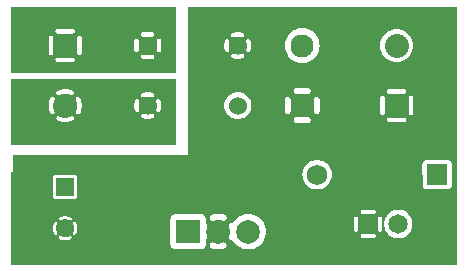
<source format=gbr>
G04 start of page 3 for group 1 idx 1 *
G04 Title: (unknown), solder *
G04 Creator: pcb 20140316 *
G04 CreationDate: Fri 22 Jan 2016 05:15:40 PM GMT UTC *
G04 For: ndholmes *
G04 Format: Gerber/RS-274X *
G04 PCB-Dimensions (mil): 1550.00 900.00 *
G04 PCB-Coordinate-Origin: lower left *
%MOIN*%
%FSLAX25Y25*%
%LNBOTTOM*%
%ADD37C,0.0430*%
%ADD36C,0.0450*%
%ADD35C,0.0380*%
%ADD34C,0.0480*%
%ADD33C,0.0300*%
%ADD32C,0.0280*%
%ADD31C,0.0650*%
%ADD30C,0.0787*%
%ADD29C,0.0680*%
%ADD28C,0.0800*%
%ADD27C,0.0770*%
%ADD26C,0.0600*%
%ADD25C,0.0001*%
G54D25*G36*
X145500Y88000D02*X152000D01*
Y2000D01*
X145500D01*
Y27107D01*
X149135Y27114D01*
X149365Y27169D01*
X149583Y27259D01*
X149784Y27383D01*
X149964Y27536D01*
X150117Y27716D01*
X150241Y27917D01*
X150331Y28135D01*
X150386Y28365D01*
X150400Y28600D01*
X150386Y35635D01*
X150331Y35865D01*
X150241Y36083D01*
X150117Y36284D01*
X149964Y36464D01*
X149784Y36617D01*
X149583Y36741D01*
X149365Y36831D01*
X149135Y36886D01*
X148900Y36900D01*
X145500Y36893D01*
Y88000D01*
G37*
G36*
X136500D02*X145500D01*
Y36893D01*
X141865Y36886D01*
X141635Y36831D01*
X141417Y36741D01*
X141216Y36617D01*
X141036Y36464D01*
X140883Y36284D01*
X140759Y36083D01*
X140669Y35865D01*
X140614Y35635D01*
X140600Y35400D01*
X140614Y28365D01*
X140669Y28135D01*
X140759Y27917D01*
X140883Y27716D01*
X141036Y27536D01*
X141216Y27383D01*
X141417Y27259D01*
X141635Y27169D01*
X141865Y27114D01*
X142100Y27100D01*
X145500Y27107D01*
Y2000D01*
X136500D01*
Y12937D01*
X136745Y13337D01*
X137031Y14028D01*
X137206Y14755D01*
X137250Y15500D01*
X137206Y16245D01*
X137031Y16972D01*
X136745Y17663D01*
X136500Y18063D01*
Y51792D01*
X136518Y51785D01*
X136632Y51757D01*
X136750Y51748D01*
X136868Y51757D01*
X136982Y51785D01*
X137092Y51830D01*
X137192Y51891D01*
X137282Y51968D01*
X137359Y52058D01*
X137420Y52158D01*
X137465Y52268D01*
X137493Y52382D01*
X137500Y52500D01*
Y57500D01*
X137493Y57618D01*
X137465Y57732D01*
X137420Y57842D01*
X137359Y57942D01*
X137282Y58032D01*
X137192Y58109D01*
X137092Y58170D01*
X136982Y58215D01*
X136868Y58243D01*
X136750Y58252D01*
X136632Y58243D01*
X136518Y58215D01*
X136500Y58208D01*
Y71817D01*
X136916Y72495D01*
X137247Y73295D01*
X137449Y74137D01*
X137500Y75000D01*
X137449Y75863D01*
X137247Y76705D01*
X136916Y77505D01*
X136500Y78183D01*
Y88000D01*
G37*
G36*
X142000Y9000D02*X136750D01*
Y13348D01*
X137031Y14028D01*
X137206Y14755D01*
X137250Y15500D01*
X137206Y16245D01*
X137031Y16972D01*
X136750Y17652D01*
Y51748D01*
X136868Y51757D01*
X136982Y51785D01*
X137092Y51830D01*
X137192Y51891D01*
X137282Y51968D01*
X137359Y52058D01*
X137420Y52158D01*
X137465Y52268D01*
X137493Y52382D01*
X137500Y52500D01*
Y57500D01*
X137493Y57618D01*
X137465Y57732D01*
X137420Y57842D01*
X137359Y57942D01*
X137282Y58032D01*
X137192Y58109D01*
X137092Y58170D01*
X136982Y58215D01*
X136868Y58243D01*
X136750Y58252D01*
Y72225D01*
X136916Y72495D01*
X137247Y73295D01*
X137449Y74137D01*
X137500Y75000D01*
X137449Y75863D01*
X137247Y76705D01*
X136916Y77505D01*
X136750Y77775D01*
Y88000D01*
X142000D01*
Y36886D01*
X141865Y36886D01*
X141635Y36831D01*
X141417Y36741D01*
X141216Y36617D01*
X141036Y36464D01*
X140883Y36284D01*
X140759Y36083D01*
X140669Y35865D01*
X140614Y35635D01*
X140600Y35400D01*
X140614Y28365D01*
X140669Y28135D01*
X140759Y27917D01*
X140883Y27716D01*
X141036Y27536D01*
X141216Y27383D01*
X141417Y27259D01*
X141635Y27169D01*
X141865Y27114D01*
X142000Y27106D01*
Y9000D01*
G37*
G36*
X136750Y77775D02*X136463Y78243D01*
X135901Y78901D01*
X135243Y79463D01*
X134505Y79916D01*
X133705Y80247D01*
X132863Y80449D01*
X132000Y80517D01*
Y88000D01*
X136750D01*
Y77775D01*
G37*
G36*
Y17652D02*X136745Y17663D01*
X136355Y18301D01*
X135869Y18869D01*
X135301Y19355D01*
X134663Y19745D01*
X133972Y20031D01*
X133245Y20206D01*
X132500Y20265D01*
X132000Y20225D01*
Y49500D01*
X134500D01*
X134618Y49507D01*
X134732Y49535D01*
X134842Y49580D01*
X134942Y49641D01*
X135032Y49718D01*
X135109Y49808D01*
X135170Y49908D01*
X135215Y50018D01*
X135243Y50132D01*
X135252Y50250D01*
X135243Y50368D01*
X135215Y50482D01*
X135170Y50592D01*
X135109Y50692D01*
X135032Y50782D01*
X134942Y50859D01*
X134842Y50920D01*
X134732Y50965D01*
X134618Y50993D01*
X134500Y51000D01*
X132000D01*
Y59000D01*
X134500D01*
X134618Y59007D01*
X134732Y59035D01*
X134842Y59080D01*
X134942Y59141D01*
X135032Y59218D01*
X135109Y59308D01*
X135170Y59408D01*
X135215Y59518D01*
X135243Y59632D01*
X135252Y59750D01*
X135243Y59868D01*
X135215Y59982D01*
X135170Y60092D01*
X135109Y60192D01*
X135032Y60282D01*
X134942Y60359D01*
X134842Y60420D01*
X134732Y60465D01*
X134618Y60493D01*
X134500Y60500D01*
X132000D01*
Y69483D01*
X132863Y69551D01*
X133705Y69753D01*
X134505Y70084D01*
X135243Y70537D01*
X135901Y71099D01*
X136463Y71757D01*
X136750Y72225D01*
Y58252D01*
X136632Y58243D01*
X136518Y58215D01*
X136408Y58170D01*
X136308Y58109D01*
X136218Y58032D01*
X136141Y57942D01*
X136080Y57842D01*
X136035Y57732D01*
X136007Y57618D01*
X136000Y57500D01*
Y52500D01*
X136007Y52382D01*
X136035Y52268D01*
X136080Y52158D01*
X136141Y52058D01*
X136218Y51968D01*
X136308Y51891D01*
X136408Y51830D01*
X136518Y51785D01*
X136632Y51757D01*
X136750Y51748D01*
Y17652D01*
G37*
G36*
Y9000D02*X132000D01*
Y10775D01*
X132500Y10735D01*
X133245Y10794D01*
X133972Y10969D01*
X134663Y11255D01*
X135301Y11645D01*
X135869Y12131D01*
X136355Y12699D01*
X136745Y13337D01*
X136750Y13348D01*
Y9000D01*
G37*
G36*
X127250Y88000D02*X132000D01*
Y80517D01*
X132000D01*
X131137Y80449D01*
X130295Y80247D01*
X129495Y79916D01*
X128757Y79463D01*
X128099Y78901D01*
X127537Y78243D01*
X127250Y77775D01*
Y88000D01*
G37*
G36*
X132000Y9000D02*X127250D01*
Y51748D01*
X127368Y51757D01*
X127482Y51785D01*
X127592Y51830D01*
X127692Y51891D01*
X127782Y51968D01*
X127859Y52058D01*
X127920Y52158D01*
X127965Y52268D01*
X127993Y52382D01*
X128000Y52500D01*
Y57500D01*
X127993Y57618D01*
X127965Y57732D01*
X127920Y57842D01*
X127859Y57942D01*
X127782Y58032D01*
X127692Y58109D01*
X127592Y58170D01*
X127482Y58215D01*
X127368Y58243D01*
X127250Y58252D01*
Y72225D01*
X127537Y71757D01*
X128099Y71099D01*
X128757Y70537D01*
X129495Y70084D01*
X130295Y69753D01*
X131137Y69551D01*
X132000Y69483D01*
X132000D01*
Y60500D01*
X129500D01*
X129382Y60493D01*
X129268Y60465D01*
X129158Y60420D01*
X129058Y60359D01*
X128968Y60282D01*
X128891Y60192D01*
X128830Y60092D01*
X128785Y59982D01*
X128757Y59868D01*
X128748Y59750D01*
X128757Y59632D01*
X128785Y59518D01*
X128830Y59408D01*
X128891Y59308D01*
X128968Y59218D01*
X129058Y59141D01*
X129158Y59080D01*
X129268Y59035D01*
X129382Y59007D01*
X129500Y59000D01*
X132000D01*
Y51000D01*
X129500D01*
X129382Y50993D01*
X129268Y50965D01*
X129158Y50920D01*
X129058Y50859D01*
X128968Y50782D01*
X128891Y50692D01*
X128830Y50592D01*
X128785Y50482D01*
X128757Y50368D01*
X128748Y50250D01*
X128757Y50132D01*
X128785Y50018D01*
X128830Y49908D01*
X128891Y49808D01*
X128968Y49718D01*
X129058Y49641D01*
X129158Y49580D01*
X129268Y49535D01*
X129382Y49507D01*
X129500Y49500D01*
X132000D01*
Y20225D01*
X131755Y20206D01*
X131028Y20031D01*
X130337Y19745D01*
X129699Y19355D01*
X129131Y18869D01*
X128645Y18301D01*
X128255Y17663D01*
X127969Y16972D01*
X127794Y16245D01*
X127735Y15500D01*
X127794Y14755D01*
X127969Y14028D01*
X128255Y13337D01*
X128645Y12699D01*
X129131Y12131D01*
X129699Y11645D01*
X130337Y11255D01*
X131028Y10969D01*
X131755Y10794D01*
X132000Y10775D01*
Y9000D01*
G37*
G36*
X127250D02*X122500D01*
Y10750D01*
X124250D01*
X124368Y10757D01*
X124482Y10785D01*
X124592Y10830D01*
X124692Y10891D01*
X124782Y10968D01*
X124859Y11058D01*
X124920Y11158D01*
X124965Y11268D01*
X124993Y11382D01*
X125002Y11500D01*
X124993Y11618D01*
X124965Y11732D01*
X124920Y11842D01*
X124859Y11942D01*
X124782Y12032D01*
X124692Y12109D01*
X124592Y12170D01*
X124482Y12215D01*
X124368Y12243D01*
X124250Y12250D01*
X122500D01*
Y18750D01*
X124250D01*
X124368Y18757D01*
X124482Y18785D01*
X124592Y18830D01*
X124692Y18891D01*
X124782Y18968D01*
X124859Y19058D01*
X124920Y19158D01*
X124965Y19268D01*
X124993Y19382D01*
X125002Y19500D01*
X124993Y19618D01*
X124965Y19732D01*
X124920Y19842D01*
X124859Y19942D01*
X124782Y20032D01*
X124692Y20109D01*
X124592Y20170D01*
X124482Y20215D01*
X124368Y20243D01*
X124250Y20250D01*
X122500D01*
Y88000D01*
X127250D01*
Y77775D01*
X127084Y77505D01*
X126753Y76705D01*
X126551Y75863D01*
X126483Y75000D01*
X126551Y74137D01*
X126753Y73295D01*
X127084Y72495D01*
X127250Y72225D01*
Y58252D01*
X127132Y58243D01*
X127018Y58215D01*
X126908Y58170D01*
X126808Y58109D01*
X126718Y58032D01*
X126641Y57942D01*
X126580Y57842D01*
X126535Y57732D01*
X126507Y57618D01*
X126500Y57500D01*
Y52500D01*
X126507Y52382D01*
X126535Y52268D01*
X126580Y52158D01*
X126641Y52058D01*
X126718Y51968D01*
X126808Y51891D01*
X126908Y51830D01*
X127018Y51785D01*
X127132Y51757D01*
X127250Y51748D01*
Y17250D01*
X127243Y17368D01*
X127215Y17482D01*
X127170Y17592D01*
X127109Y17692D01*
X127032Y17782D01*
X126942Y17859D01*
X126842Y17920D01*
X126732Y17965D01*
X126618Y17993D01*
X126500Y18002D01*
X126382Y17993D01*
X126268Y17965D01*
X126158Y17920D01*
X126058Y17859D01*
X125968Y17782D01*
X125891Y17692D01*
X125830Y17592D01*
X125785Y17482D01*
X125757Y17368D01*
X125750Y17250D01*
Y13750D01*
X125757Y13632D01*
X125785Y13518D01*
X125830Y13408D01*
X125891Y13308D01*
X125968Y13218D01*
X126058Y13141D01*
X126158Y13080D01*
X126268Y13035D01*
X126382Y13007D01*
X126500Y12998D01*
X126618Y13007D01*
X126732Y13035D01*
X126842Y13080D01*
X126942Y13141D01*
X127032Y13218D01*
X127109Y13308D01*
X127170Y13408D01*
X127215Y13518D01*
X127243Y13632D01*
X127250Y13750D01*
Y9000D01*
G37*
G36*
X122500D02*X118500D01*
Y12998D01*
X118618Y13007D01*
X118732Y13035D01*
X118842Y13080D01*
X118942Y13141D01*
X119032Y13218D01*
X119109Y13308D01*
X119170Y13408D01*
X119215Y13518D01*
X119243Y13632D01*
X119250Y13750D01*
Y17250D01*
X119243Y17368D01*
X119215Y17482D01*
X119170Y17592D01*
X119109Y17692D01*
X119032Y17782D01*
X118942Y17859D01*
X118842Y17920D01*
X118732Y17965D01*
X118618Y17993D01*
X118500Y18002D01*
Y88000D01*
X122500D01*
Y20250D01*
X120750D01*
X120632Y20243D01*
X120518Y20215D01*
X120408Y20170D01*
X120308Y20109D01*
X120218Y20032D01*
X120141Y19942D01*
X120080Y19842D01*
X120035Y19732D01*
X120007Y19618D01*
X119998Y19500D01*
X120007Y19382D01*
X120035Y19268D01*
X120080Y19158D01*
X120141Y19058D01*
X120218Y18968D01*
X120308Y18891D01*
X120408Y18830D01*
X120518Y18785D01*
X120632Y18757D01*
X120750Y18750D01*
X122500D01*
Y12250D01*
X120750D01*
X120632Y12243D01*
X120518Y12215D01*
X120408Y12170D01*
X120308Y12109D01*
X120218Y12032D01*
X120141Y11942D01*
X120080Y11842D01*
X120035Y11732D01*
X120007Y11618D01*
X119998Y11500D01*
X120007Y11382D01*
X120035Y11268D01*
X120080Y11158D01*
X120141Y11058D01*
X120218Y10968D01*
X120308Y10891D01*
X120408Y10830D01*
X120518Y10785D01*
X120632Y10757D01*
X120750Y10750D01*
X122500D01*
Y9000D01*
G37*
G36*
X118500D02*X105334D01*
Y27098D01*
X105500Y27085D01*
X106269Y27145D01*
X107019Y27325D01*
X107731Y27621D01*
X108389Y28024D01*
X108976Y28524D01*
X109476Y29111D01*
X109879Y29769D01*
X110175Y30481D01*
X110355Y31231D01*
X110400Y32000D01*
X110355Y32769D01*
X110175Y33519D01*
X109879Y34231D01*
X109476Y34889D01*
X108976Y35476D01*
X108389Y35976D01*
X107731Y36379D01*
X107019Y36675D01*
X106269Y36855D01*
X105500Y36915D01*
X105334Y36902D01*
Y52131D01*
X105489Y52143D01*
X105639Y52180D01*
X105782Y52239D01*
X105915Y52320D01*
X106032Y52420D01*
X106133Y52538D01*
X106214Y52670D01*
X106273Y52813D01*
X106309Y52964D01*
X106318Y53118D01*
Y56882D01*
X106309Y57036D01*
X106273Y57187D01*
X106214Y57330D01*
X106133Y57462D01*
X106032Y57580D01*
X105915Y57680D01*
X105782Y57761D01*
X105639Y57820D01*
X105489Y57857D01*
X105334Y57869D01*
Y71753D01*
X105700Y72350D01*
X106051Y73196D01*
X106265Y74087D01*
X106318Y75000D01*
X106265Y75913D01*
X106051Y76804D01*
X105700Y77650D01*
X105334Y78247D01*
Y88000D01*
X118500D01*
Y18002D01*
X118382Y17993D01*
X118268Y17965D01*
X118158Y17920D01*
X118058Y17859D01*
X117968Y17782D01*
X117891Y17692D01*
X117830Y17592D01*
X117785Y17482D01*
X117757Y17368D01*
X117750Y17250D01*
Y13750D01*
X117757Y13632D01*
X117785Y13518D01*
X117830Y13408D01*
X117891Y13308D01*
X117968Y13218D01*
X118058Y13141D01*
X118158Y13080D01*
X118268Y13035D01*
X118382Y13007D01*
X118500Y12998D01*
Y9000D01*
G37*
G36*
X105334Y78247D02*X105222Y78431D01*
X104627Y79127D01*
X103931Y79722D01*
X103150Y80200D01*
X102304Y80551D01*
X101413Y80765D01*
X100500Y80836D01*
X100491Y80836D01*
Y88000D01*
X105334D01*
Y78247D01*
G37*
G36*
Y9000D02*X100491D01*
Y49182D01*
X102382D01*
X102536Y49191D01*
X102687Y49227D01*
X102830Y49286D01*
X102962Y49367D01*
X103080Y49468D01*
X103180Y49585D01*
X103261Y49718D01*
X103320Y49861D01*
X103357Y50011D01*
X103369Y50166D01*
X103357Y50320D01*
X103320Y50471D01*
X103261Y50614D01*
X103180Y50746D01*
X103080Y50864D01*
X102962Y50964D01*
X102830Y51045D01*
X102687Y51105D01*
X102536Y51141D01*
X102382Y51150D01*
X100491D01*
Y58850D01*
X102382D01*
X102536Y58859D01*
X102687Y58895D01*
X102830Y58955D01*
X102962Y59036D01*
X103080Y59136D01*
X103180Y59254D01*
X103261Y59386D01*
X103320Y59529D01*
X103357Y59680D01*
X103369Y59834D01*
X103357Y59989D01*
X103320Y60139D01*
X103261Y60282D01*
X103180Y60415D01*
X103080Y60532D01*
X102962Y60633D01*
X102830Y60714D01*
X102687Y60773D01*
X102536Y60809D01*
X102382Y60818D01*
X100491D01*
Y69164D01*
X100500Y69164D01*
X101413Y69235D01*
X102304Y69449D01*
X103150Y69800D01*
X103931Y70278D01*
X104627Y70873D01*
X105222Y71569D01*
X105334Y71753D01*
Y57869D01*
X105180Y57857D01*
X105029Y57820D01*
X104886Y57761D01*
X104754Y57680D01*
X104636Y57580D01*
X104536Y57462D01*
X104455Y57330D01*
X104395Y57187D01*
X104359Y57036D01*
X104350Y56882D01*
Y53118D01*
X104359Y52964D01*
X104395Y52813D01*
X104455Y52670D01*
X104536Y52538D01*
X104636Y52420D01*
X104754Y52320D01*
X104886Y52239D01*
X105029Y52180D01*
X105180Y52143D01*
X105334Y52131D01*
Y36902D01*
X104731Y36855D01*
X103981Y36675D01*
X103269Y36379D01*
X102611Y35976D01*
X102024Y35476D01*
X101524Y34889D01*
X101121Y34231D01*
X100825Y33519D01*
X100645Y32769D01*
X100585Y32000D01*
X100645Y31231D01*
X100825Y30481D01*
X101121Y29769D01*
X101524Y29111D01*
X102024Y28524D01*
X102611Y28024D01*
X103269Y27621D01*
X103981Y27325D01*
X104731Y27145D01*
X105334Y27098D01*
Y9000D01*
G37*
G36*
X95666Y88000D02*X100491D01*
Y80836D01*
X99587Y80765D01*
X98696Y80551D01*
X97850Y80200D01*
X97069Y79722D01*
X96373Y79127D01*
X95778Y78431D01*
X95666Y78247D01*
Y88000D01*
G37*
G36*
X100491Y9000D02*X95666D01*
Y52131D01*
X95820Y52143D01*
X95971Y52180D01*
X96114Y52239D01*
X96246Y52320D01*
X96364Y52420D01*
X96464Y52538D01*
X96545Y52670D01*
X96605Y52813D01*
X96641Y52964D01*
X96650Y53118D01*
Y56882D01*
X96641Y57036D01*
X96605Y57187D01*
X96545Y57330D01*
X96464Y57462D01*
X96364Y57580D01*
X96246Y57680D01*
X96114Y57761D01*
X95971Y57820D01*
X95820Y57857D01*
X95666Y57869D01*
Y71753D01*
X95778Y71569D01*
X96373Y70873D01*
X97069Y70278D01*
X97850Y69800D01*
X98696Y69449D01*
X99587Y69235D01*
X100491Y69164D01*
Y60818D01*
X98618D01*
X98464Y60809D01*
X98313Y60773D01*
X98170Y60714D01*
X98038Y60633D01*
X97920Y60532D01*
X97820Y60415D01*
X97739Y60282D01*
X97680Y60139D01*
X97643Y59989D01*
X97631Y59834D01*
X97643Y59680D01*
X97680Y59529D01*
X97739Y59386D01*
X97820Y59254D01*
X97920Y59136D01*
X98038Y59036D01*
X98170Y58955D01*
X98313Y58895D01*
X98464Y58859D01*
X98618Y58850D01*
X100491D01*
Y51150D01*
X98618D01*
X98464Y51141D01*
X98313Y51105D01*
X98170Y51045D01*
X98038Y50964D01*
X97920Y50864D01*
X97820Y50746D01*
X97739Y50614D01*
X97680Y50471D01*
X97643Y50320D01*
X97631Y50166D01*
X97643Y50011D01*
X97680Y49861D01*
X97739Y49718D01*
X97820Y49585D01*
X97920Y49468D01*
X98038Y49367D01*
X98170Y49286D01*
X98313Y49227D01*
X98464Y49191D01*
X98618Y49182D01*
X100491D01*
Y9000D01*
G37*
G36*
X95666D02*X86891D01*
X87318Y9500D01*
X87806Y10296D01*
X88164Y11160D01*
X88382Y12068D01*
X88437Y13000D01*
X88382Y13932D01*
X88164Y14840D01*
X87806Y15704D01*
X87318Y16500D01*
X86711Y17211D01*
X86000Y17818D01*
X85204Y18306D01*
X84340Y18664D01*
X83432Y18882D01*
X82613Y18946D01*
Y52302D01*
X82652Y52347D01*
X83022Y52951D01*
X83293Y53605D01*
X83458Y54294D01*
X83500Y55000D01*
X83458Y55706D01*
X83293Y56395D01*
X83022Y57049D01*
X82652Y57653D01*
X82613Y57698D01*
Y72853D01*
X82656Y72860D01*
X82768Y72897D01*
X82873Y72952D01*
X82968Y73022D01*
X83051Y73106D01*
X83119Y73202D01*
X83170Y73308D01*
X83318Y73716D01*
X83422Y74137D01*
X83484Y74567D01*
X83505Y75000D01*
X83484Y75433D01*
X83422Y75863D01*
X83318Y76284D01*
X83175Y76694D01*
X83122Y76800D01*
X83053Y76896D01*
X82970Y76981D01*
X82875Y77051D01*
X82769Y77106D01*
X82657Y77143D01*
X82613Y77151D01*
Y88000D01*
X95666D01*
Y78247D01*
X95300Y77650D01*
X94949Y76804D01*
X94735Y75913D01*
X94664Y75000D01*
X94735Y74087D01*
X94949Y73196D01*
X95300Y72350D01*
X95666Y71753D01*
Y57869D01*
X95511Y57857D01*
X95361Y57820D01*
X95218Y57761D01*
X95085Y57680D01*
X94968Y57580D01*
X94867Y57462D01*
X94786Y57330D01*
X94727Y57187D01*
X94691Y57036D01*
X94682Y56882D01*
Y53118D01*
X94691Y52964D01*
X94727Y52813D01*
X94786Y52670D01*
X94867Y52538D01*
X94968Y52420D01*
X95085Y52320D01*
X95218Y52239D01*
X95361Y52180D01*
X95511Y52143D01*
X95666Y52131D01*
Y9000D01*
G37*
G36*
X82613Y57698D02*X82192Y58192D01*
X81653Y58652D01*
X81049Y59022D01*
X80395Y59293D01*
X79706Y59458D01*
X79000Y59514D01*
X78993Y59513D01*
Y70495D01*
X79000Y70495D01*
X79433Y70516D01*
X79863Y70578D01*
X80284Y70682D01*
X80694Y70825D01*
X80800Y70878D01*
X80896Y70947D01*
X80981Y71030D01*
X81051Y71125D01*
X81106Y71231D01*
X81143Y71343D01*
X81163Y71460D01*
X81164Y71579D01*
X81146Y71696D01*
X81110Y71809D01*
X81057Y71915D01*
X80988Y72012D01*
X80905Y72096D01*
X80809Y72167D01*
X80704Y72221D01*
X80592Y72259D01*
X80475Y72278D01*
X80356Y72279D01*
X80239Y72261D01*
X80126Y72223D01*
X79855Y72124D01*
X79575Y72056D01*
X79289Y72014D01*
X79000Y72000D01*
X78993Y72000D01*
Y78000D01*
X79000Y78000D01*
X79289Y77986D01*
X79575Y77944D01*
X79855Y77876D01*
X80128Y77780D01*
X80239Y77742D01*
X80356Y77725D01*
X80474Y77725D01*
X80591Y77745D01*
X80703Y77782D01*
X80807Y77836D01*
X80902Y77906D01*
X80985Y77991D01*
X81054Y78087D01*
X81107Y78192D01*
X81143Y78305D01*
X81160Y78421D01*
X81159Y78539D01*
X81140Y78656D01*
X81103Y78768D01*
X81048Y78873D01*
X80978Y78968D01*
X80894Y79051D01*
X80798Y79119D01*
X80692Y79170D01*
X80284Y79318D01*
X79863Y79422D01*
X79433Y79484D01*
X79000Y79505D01*
X78993Y79505D01*
Y88000D01*
X82613D01*
Y77151D01*
X82540Y77163D01*
X82421Y77164D01*
X82304Y77146D01*
X82191Y77110D01*
X82085Y77057D01*
X81988Y76988D01*
X81904Y76905D01*
X81833Y76809D01*
X81779Y76704D01*
X81741Y76592D01*
X81722Y76475D01*
X81721Y76356D01*
X81739Y76239D01*
X81777Y76126D01*
X81876Y75855D01*
X81944Y75575D01*
X81986Y75289D01*
X82000Y75000D01*
X81986Y74711D01*
X81944Y74425D01*
X81876Y74145D01*
X81780Y73872D01*
X81742Y73761D01*
X81725Y73644D01*
X81725Y73526D01*
X81745Y73409D01*
X81782Y73297D01*
X81836Y73193D01*
X81906Y73098D01*
X81991Y73015D01*
X82087Y72946D01*
X82192Y72893D01*
X82305Y72857D01*
X82421Y72840D01*
X82539Y72841D01*
X82613Y72853D01*
Y57698D01*
G37*
G36*
Y18946D02*X82500Y18955D01*
X81568Y18882D01*
X80660Y18664D01*
X79796Y18306D01*
X79000Y17818D01*
X78993Y17812D01*
Y50487D01*
X79000Y50486D01*
X79706Y50542D01*
X80395Y50707D01*
X81049Y50978D01*
X81653Y51348D01*
X82192Y51808D01*
X82613Y52302D01*
Y18946D01*
G37*
G36*
X75387Y88000D02*X78993D01*
Y79505D01*
X78567Y79484D01*
X78137Y79422D01*
X77716Y79318D01*
X77306Y79175D01*
X77200Y79122D01*
X77104Y79053D01*
X77019Y78970D01*
X76949Y78875D01*
X76894Y78769D01*
X76857Y78657D01*
X76837Y78540D01*
X76836Y78421D01*
X76854Y78304D01*
X76890Y78191D01*
X76943Y78085D01*
X77012Y77988D01*
X77095Y77904D01*
X77191Y77833D01*
X77296Y77779D01*
X77408Y77741D01*
X77525Y77722D01*
X77644Y77721D01*
X77761Y77739D01*
X77874Y77777D01*
X78145Y77876D01*
X78425Y77944D01*
X78711Y77986D01*
X78993Y78000D01*
Y72000D01*
X78711Y72014D01*
X78425Y72056D01*
X78145Y72124D01*
X77872Y72220D01*
X77761Y72258D01*
X77644Y72275D01*
X77526Y72275D01*
X77409Y72255D01*
X77297Y72218D01*
X77193Y72164D01*
X77098Y72094D01*
X77015Y72009D01*
X76946Y71913D01*
X76893Y71808D01*
X76857Y71695D01*
X76840Y71579D01*
X76841Y71461D01*
X76860Y71344D01*
X76897Y71232D01*
X76952Y71127D01*
X77022Y71032D01*
X77106Y70949D01*
X77202Y70881D01*
X77308Y70830D01*
X77716Y70682D01*
X78137Y70578D01*
X78567Y70516D01*
X78993Y70495D01*
Y59513D01*
X78294Y59458D01*
X77605Y59293D01*
X76951Y59022D01*
X76347Y58652D01*
X75808Y58192D01*
X75387Y57698D01*
Y72849D01*
X75460Y72837D01*
X75579Y72836D01*
X75696Y72854D01*
X75809Y72890D01*
X75915Y72943D01*
X76012Y73012D01*
X76096Y73095D01*
X76167Y73191D01*
X76221Y73296D01*
X76259Y73408D01*
X76278Y73525D01*
X76279Y73644D01*
X76261Y73761D01*
X76223Y73874D01*
X76124Y74145D01*
X76056Y74425D01*
X76014Y74711D01*
X76000Y75000D01*
X76014Y75289D01*
X76056Y75575D01*
X76124Y75855D01*
X76220Y76128D01*
X76258Y76239D01*
X76275Y76356D01*
X76275Y76474D01*
X76255Y76591D01*
X76218Y76703D01*
X76164Y76807D01*
X76094Y76902D01*
X76009Y76985D01*
X75913Y77054D01*
X75808Y77107D01*
X75695Y77143D01*
X75579Y77160D01*
X75461Y77159D01*
X75387Y77147D01*
Y88000D01*
G37*
G36*
X78993Y17812D02*X78289Y17211D01*
X77682Y16500D01*
X77265Y15821D01*
X77176Y15836D01*
X77018Y15838D01*
X76861Y15815D01*
X76710Y15768D01*
X76569Y15698D01*
X76439Y15607D01*
X76326Y15496D01*
X76232Y15370D01*
X76158Y15230D01*
X76108Y15080D01*
X76081Y14924D01*
X76079Y14766D01*
X76102Y14610D01*
X76152Y14460D01*
X76278Y14108D01*
X76366Y13744D01*
X76419Y13374D01*
X76437Y13000D01*
X76419Y12626D01*
X76366Y12256D01*
X76278Y11892D01*
X76156Y11539D01*
X76106Y11389D01*
X76083Y11234D01*
X76085Y11076D01*
X76112Y10921D01*
X76162Y10772D01*
X76236Y10633D01*
X76330Y10507D01*
X76442Y10397D01*
X76571Y10306D01*
X76712Y10236D01*
X76862Y10189D01*
X77018Y10167D01*
X77175Y10168D01*
X77263Y10183D01*
X77682Y9500D01*
X78109Y9000D01*
X75387D01*
Y52302D01*
X75808Y51808D01*
X76347Y51348D01*
X76951Y50978D01*
X77605Y50707D01*
X78294Y50542D01*
X78993Y50487D01*
Y17812D01*
G37*
G36*
X75387Y9000D02*X75150D01*
X75107Y9061D01*
X74996Y9174D01*
X74870Y9268D01*
X74730Y9342D01*
X74580Y9392D01*
X74424Y9419D01*
X74266Y9421D01*
X74110Y9398D01*
X73960Y9348D01*
X73608Y9222D01*
X73244Y9134D01*
X72874Y9081D01*
X72500Y9063D01*
X72498Y9063D01*
Y16937D01*
X72500Y16937D01*
X72874Y16919D01*
X73244Y16866D01*
X73608Y16778D01*
X73961Y16656D01*
X74111Y16606D01*
X74266Y16583D01*
X74424Y16585D01*
X74579Y16612D01*
X74728Y16662D01*
X74867Y16736D01*
X74993Y16830D01*
X75103Y16942D01*
X75194Y17071D01*
X75264Y17212D01*
X75311Y17362D01*
X75333Y17518D01*
X75332Y17675D01*
X75305Y17831D01*
X75254Y17980D01*
X75181Y18119D01*
X75087Y18245D01*
X74975Y18355D01*
X74846Y18446D01*
X74704Y18513D01*
X74172Y18704D01*
X73623Y18837D01*
X73064Y18917D01*
X72500Y18944D01*
X72498Y18944D01*
Y88000D01*
X75387D01*
Y77147D01*
X75344Y77140D01*
X75232Y77103D01*
X75127Y77048D01*
X75032Y76978D01*
X74949Y76894D01*
X74881Y76798D01*
X74830Y76692D01*
X74682Y76284D01*
X74578Y75863D01*
X74516Y75433D01*
X74495Y75000D01*
X74516Y74567D01*
X74578Y74137D01*
X74682Y73716D01*
X74825Y73306D01*
X74878Y73200D01*
X74947Y73104D01*
X75030Y73019D01*
X75125Y72949D01*
X75231Y72894D01*
X75343Y72857D01*
X75387Y72849D01*
Y57698D01*
X75348Y57653D01*
X74978Y57049D01*
X74707Y56395D01*
X74542Y55706D01*
X74486Y55000D01*
X74542Y54294D01*
X74707Y53605D01*
X74978Y52951D01*
X75348Y52347D01*
X75387Y52302D01*
Y9000D01*
G37*
G36*
X72498Y9063D02*X72126Y9081D01*
X71756Y9134D01*
X71392Y9222D01*
X71039Y9344D01*
X70889Y9394D01*
X70734Y9417D01*
X70576Y9415D01*
X70421Y9388D01*
X70272Y9338D01*
X70133Y9264D01*
X70007Y9170D01*
X69897Y9058D01*
X69856Y9000D01*
X68500D01*
Y10350D01*
X68561Y10393D01*
X68674Y10504D01*
X68768Y10630D01*
X68842Y10770D01*
X68892Y10920D01*
X68919Y11076D01*
X68921Y11234D01*
X68898Y11390D01*
X68848Y11540D01*
X68722Y11892D01*
X68634Y12256D01*
X68581Y12626D01*
X68563Y13000D01*
X68581Y13374D01*
X68634Y13744D01*
X68722Y14108D01*
X68844Y14461D01*
X68894Y14611D01*
X68917Y14766D01*
X68915Y14924D01*
X68888Y15079D01*
X68838Y15228D01*
X68764Y15367D01*
X68670Y15493D01*
X68558Y15603D01*
X68500Y15644D01*
Y88000D01*
X72498D01*
Y18944D01*
X71936Y18917D01*
X71377Y18837D01*
X70828Y18704D01*
X70294Y18519D01*
X70152Y18450D01*
X70023Y18358D01*
X69909Y18248D01*
X69815Y18121D01*
X69741Y17981D01*
X69691Y17832D01*
X69664Y17676D01*
X69662Y17518D01*
X69685Y17361D01*
X69732Y17210D01*
X69802Y17069D01*
X69893Y16939D01*
X70004Y16826D01*
X70130Y16732D01*
X70270Y16658D01*
X70420Y16608D01*
X70576Y16581D01*
X70734Y16579D01*
X70890Y16602D01*
X71040Y16652D01*
X71392Y16778D01*
X71756Y16866D01*
X72126Y16919D01*
X72498Y16937D01*
Y9063D01*
G37*
G36*
X52750Y88000D02*X58500D01*
Y66000D01*
X52750D01*
Y72748D01*
X52868Y72757D01*
X52982Y72785D01*
X53092Y72830D01*
X53192Y72891D01*
X53282Y72968D01*
X53359Y73058D01*
X53420Y73158D01*
X53465Y73268D01*
X53493Y73382D01*
X53500Y73500D01*
Y76500D01*
X53493Y76618D01*
X53465Y76732D01*
X53420Y76842D01*
X53359Y76942D01*
X53282Y77032D01*
X53192Y77109D01*
X53092Y77170D01*
X52982Y77215D01*
X52868Y77243D01*
X52750Y77252D01*
Y88000D01*
G37*
G36*
X49000D02*X52750D01*
Y77252D01*
X52632Y77243D01*
X52518Y77215D01*
X52408Y77170D01*
X52308Y77109D01*
X52218Y77032D01*
X52141Y76942D01*
X52080Y76842D01*
X52035Y76732D01*
X52007Y76618D01*
X52000Y76500D01*
Y73500D01*
X52007Y73382D01*
X52035Y73268D01*
X52080Y73158D01*
X52141Y73058D01*
X52218Y72968D01*
X52308Y72891D01*
X52408Y72830D01*
X52518Y72785D01*
X52632Y72757D01*
X52750Y72748D01*
Y66000D01*
X49000D01*
Y70500D01*
X50500D01*
X50618Y70507D01*
X50732Y70535D01*
X50842Y70580D01*
X50942Y70641D01*
X51032Y70718D01*
X51109Y70808D01*
X51170Y70908D01*
X51215Y71018D01*
X51243Y71132D01*
X51252Y71250D01*
X51243Y71368D01*
X51215Y71482D01*
X51170Y71592D01*
X51109Y71692D01*
X51032Y71782D01*
X50942Y71859D01*
X50842Y71920D01*
X50732Y71965D01*
X50618Y71993D01*
X50500Y72000D01*
X49000D01*
Y78000D01*
X50500D01*
X50618Y78007D01*
X50732Y78035D01*
X50842Y78080D01*
X50942Y78141D01*
X51032Y78218D01*
X51109Y78308D01*
X51170Y78408D01*
X51215Y78518D01*
X51243Y78632D01*
X51252Y78750D01*
X51243Y78868D01*
X51215Y78982D01*
X51170Y79092D01*
X51109Y79192D01*
X51032Y79282D01*
X50942Y79359D01*
X50842Y79420D01*
X50732Y79465D01*
X50618Y79493D01*
X50500Y79500D01*
X49000D01*
Y88000D01*
G37*
G36*
X45250D02*X49000D01*
Y79500D01*
X47500D01*
X47382Y79493D01*
X47268Y79465D01*
X47158Y79420D01*
X47058Y79359D01*
X46968Y79282D01*
X46891Y79192D01*
X46830Y79092D01*
X46785Y78982D01*
X46757Y78868D01*
X46748Y78750D01*
X46757Y78632D01*
X46785Y78518D01*
X46830Y78408D01*
X46891Y78308D01*
X46968Y78218D01*
X47058Y78141D01*
X47158Y78080D01*
X47268Y78035D01*
X47382Y78007D01*
X47500Y78000D01*
X49000D01*
Y72000D01*
X47500D01*
X47382Y71993D01*
X47268Y71965D01*
X47158Y71920D01*
X47058Y71859D01*
X46968Y71782D01*
X46891Y71692D01*
X46830Y71592D01*
X46785Y71482D01*
X46757Y71368D01*
X46748Y71250D01*
X46757Y71132D01*
X46785Y71018D01*
X46830Y70908D01*
X46891Y70808D01*
X46968Y70718D01*
X47058Y70641D01*
X47158Y70580D01*
X47268Y70535D01*
X47382Y70507D01*
X47500Y70500D01*
X49000D01*
Y66000D01*
X45250D01*
Y72748D01*
X45368Y72757D01*
X45482Y72785D01*
X45592Y72830D01*
X45692Y72891D01*
X45782Y72968D01*
X45859Y73058D01*
X45920Y73158D01*
X45965Y73268D01*
X45993Y73382D01*
X46000Y73500D01*
Y76500D01*
X45993Y76618D01*
X45965Y76732D01*
X45920Y76842D01*
X45859Y76942D01*
X45782Y77032D01*
X45692Y77109D01*
X45592Y77170D01*
X45482Y77215D01*
X45368Y77243D01*
X45250Y77252D01*
Y88000D01*
G37*
G36*
X26250D02*X45250D01*
Y77252D01*
X45132Y77243D01*
X45018Y77215D01*
X44908Y77170D01*
X44808Y77109D01*
X44718Y77032D01*
X44641Y76942D01*
X44580Y76842D01*
X44535Y76732D01*
X44507Y76618D01*
X44500Y76500D01*
Y73500D01*
X44507Y73382D01*
X44535Y73268D01*
X44580Y73158D01*
X44641Y73058D01*
X44718Y72968D01*
X44808Y72891D01*
X44908Y72830D01*
X45018Y72785D01*
X45132Y72757D01*
X45250Y72748D01*
Y66000D01*
X26250D01*
Y71748D01*
X26368Y71757D01*
X26482Y71785D01*
X26592Y71830D01*
X26692Y71891D01*
X26782Y71968D01*
X26859Y72058D01*
X26920Y72158D01*
X26965Y72268D01*
X26993Y72382D01*
X27000Y72500D01*
Y77500D01*
X26993Y77618D01*
X26965Y77732D01*
X26920Y77842D01*
X26859Y77942D01*
X26782Y78032D01*
X26692Y78109D01*
X26592Y78170D01*
X26482Y78215D01*
X26368Y78243D01*
X26250Y78252D01*
Y88000D01*
G37*
G36*
X21500D02*X26250D01*
Y78252D01*
X26132Y78243D01*
X26018Y78215D01*
X25908Y78170D01*
X25808Y78109D01*
X25718Y78032D01*
X25641Y77942D01*
X25580Y77842D01*
X25535Y77732D01*
X25507Y77618D01*
X25500Y77500D01*
Y72500D01*
X25507Y72382D01*
X25535Y72268D01*
X25580Y72158D01*
X25641Y72058D01*
X25718Y71968D01*
X25808Y71891D01*
X25908Y71830D01*
X26018Y71785D01*
X26132Y71757D01*
X26250Y71748D01*
Y66000D01*
X21500D01*
Y69500D01*
X24000D01*
X24118Y69507D01*
X24232Y69535D01*
X24342Y69580D01*
X24442Y69641D01*
X24532Y69718D01*
X24609Y69808D01*
X24670Y69908D01*
X24715Y70018D01*
X24743Y70132D01*
X24752Y70250D01*
X24743Y70368D01*
X24715Y70482D01*
X24670Y70592D01*
X24609Y70692D01*
X24532Y70782D01*
X24442Y70859D01*
X24342Y70920D01*
X24232Y70965D01*
X24118Y70993D01*
X24000Y71000D01*
X21500D01*
Y79000D01*
X24000D01*
X24118Y79007D01*
X24232Y79035D01*
X24342Y79080D01*
X24442Y79141D01*
X24532Y79218D01*
X24609Y79308D01*
X24670Y79408D01*
X24715Y79518D01*
X24743Y79632D01*
X24752Y79750D01*
X24743Y79868D01*
X24715Y79982D01*
X24670Y80092D01*
X24609Y80192D01*
X24532Y80282D01*
X24442Y80359D01*
X24342Y80420D01*
X24232Y80465D01*
X24118Y80493D01*
X24000Y80500D01*
X21500D01*
Y88000D01*
G37*
G36*
X16750D02*X21500D01*
Y80500D01*
X19000D01*
X18882Y80493D01*
X18768Y80465D01*
X18658Y80420D01*
X18558Y80359D01*
X18468Y80282D01*
X18391Y80192D01*
X18330Y80092D01*
X18285Y79982D01*
X18257Y79868D01*
X18248Y79750D01*
X18257Y79632D01*
X18285Y79518D01*
X18330Y79408D01*
X18391Y79308D01*
X18468Y79218D01*
X18558Y79141D01*
X18658Y79080D01*
X18768Y79035D01*
X18882Y79007D01*
X19000Y79000D01*
X21500D01*
Y71000D01*
X19000D01*
X18882Y70993D01*
X18768Y70965D01*
X18658Y70920D01*
X18558Y70859D01*
X18468Y70782D01*
X18391Y70692D01*
X18330Y70592D01*
X18285Y70482D01*
X18257Y70368D01*
X18248Y70250D01*
X18257Y70132D01*
X18285Y70018D01*
X18330Y69908D01*
X18391Y69808D01*
X18468Y69718D01*
X18558Y69641D01*
X18658Y69580D01*
X18768Y69535D01*
X18882Y69507D01*
X19000Y69500D01*
X21500D01*
Y66000D01*
X16750D01*
Y71748D01*
X16868Y71757D01*
X16982Y71785D01*
X17092Y71830D01*
X17192Y71891D01*
X17282Y71968D01*
X17359Y72058D01*
X17420Y72158D01*
X17465Y72268D01*
X17493Y72382D01*
X17500Y72500D01*
Y77500D01*
X17493Y77618D01*
X17465Y77732D01*
X17420Y77842D01*
X17359Y77942D01*
X17282Y78032D01*
X17192Y78109D01*
X17092Y78170D01*
X16982Y78215D01*
X16868Y78243D01*
X16750Y78252D01*
Y88000D01*
G37*
G36*
X3500D02*X16750D01*
Y78252D01*
X16632Y78243D01*
X16518Y78215D01*
X16408Y78170D01*
X16308Y78109D01*
X16218Y78032D01*
X16141Y77942D01*
X16080Y77842D01*
X16035Y77732D01*
X16007Y77618D01*
X16000Y77500D01*
Y72500D01*
X16007Y72382D01*
X16035Y72268D01*
X16080Y72158D01*
X16141Y72058D01*
X16218Y71968D01*
X16308Y71891D01*
X16408Y71830D01*
X16518Y71785D01*
X16632Y71757D01*
X16750Y71748D01*
Y66000D01*
X3500D01*
Y88000D01*
G37*
G36*
X52613Y64000D02*X58500D01*
Y42000D01*
X52613D01*
Y52853D01*
X52656Y52860D01*
X52768Y52897D01*
X52873Y52952D01*
X52968Y53022D01*
X53051Y53106D01*
X53119Y53202D01*
X53170Y53308D01*
X53318Y53716D01*
X53422Y54137D01*
X53484Y54567D01*
X53505Y55000D01*
X53484Y55433D01*
X53422Y55863D01*
X53318Y56284D01*
X53175Y56694D01*
X53122Y56800D01*
X53053Y56896D01*
X52970Y56981D01*
X52875Y57051D01*
X52769Y57106D01*
X52657Y57143D01*
X52613Y57151D01*
Y64000D01*
G37*
G36*
X49002D02*X52613D01*
Y57151D01*
X52540Y57163D01*
X52421Y57164D01*
X52304Y57146D01*
X52191Y57110D01*
X52085Y57057D01*
X51988Y56988D01*
X51904Y56905D01*
X51833Y56809D01*
X51779Y56704D01*
X51741Y56592D01*
X51722Y56475D01*
X51721Y56356D01*
X51739Y56239D01*
X51777Y56126D01*
X51876Y55855D01*
X51944Y55575D01*
X51986Y55289D01*
X52000Y55000D01*
X51986Y54711D01*
X51944Y54425D01*
X51876Y54145D01*
X51780Y53872D01*
X51742Y53761D01*
X51725Y53644D01*
X51725Y53526D01*
X51745Y53409D01*
X51782Y53297D01*
X51836Y53193D01*
X51906Y53098D01*
X51991Y53015D01*
X52087Y52946D01*
X52192Y52893D01*
X52305Y52857D01*
X52421Y52840D01*
X52539Y52841D01*
X52613Y52853D01*
Y42000D01*
X49002D01*
Y50495D01*
X49433Y50516D01*
X49863Y50578D01*
X50284Y50682D01*
X50694Y50825D01*
X50800Y50878D01*
X50896Y50947D01*
X50981Y51030D01*
X51051Y51125D01*
X51106Y51231D01*
X51143Y51343D01*
X51163Y51460D01*
X51164Y51579D01*
X51146Y51696D01*
X51110Y51809D01*
X51057Y51915D01*
X50988Y52012D01*
X50905Y52096D01*
X50809Y52167D01*
X50704Y52221D01*
X50592Y52259D01*
X50475Y52278D01*
X50356Y52279D01*
X50239Y52261D01*
X50126Y52223D01*
X49855Y52124D01*
X49575Y52056D01*
X49289Y52014D01*
X49002Y52000D01*
Y58000D01*
X49289Y57986D01*
X49575Y57944D01*
X49855Y57876D01*
X50128Y57780D01*
X50239Y57742D01*
X50356Y57725D01*
X50474Y57725D01*
X50591Y57745D01*
X50703Y57782D01*
X50807Y57836D01*
X50902Y57906D01*
X50985Y57991D01*
X51054Y58087D01*
X51107Y58192D01*
X51143Y58305D01*
X51160Y58421D01*
X51159Y58539D01*
X51140Y58656D01*
X51103Y58768D01*
X51048Y58873D01*
X50978Y58968D01*
X50894Y59051D01*
X50798Y59119D01*
X50692Y59170D01*
X50284Y59318D01*
X49863Y59422D01*
X49433Y59484D01*
X49002Y59505D01*
Y64000D01*
G37*
G36*
X45387D02*X49002D01*
Y59505D01*
X49000Y59505D01*
X48567Y59484D01*
X48137Y59422D01*
X47716Y59318D01*
X47306Y59175D01*
X47200Y59122D01*
X47104Y59053D01*
X47019Y58970D01*
X46949Y58875D01*
X46894Y58769D01*
X46857Y58657D01*
X46837Y58540D01*
X46836Y58421D01*
X46854Y58304D01*
X46890Y58191D01*
X46943Y58085D01*
X47012Y57988D01*
X47095Y57904D01*
X47191Y57833D01*
X47296Y57779D01*
X47408Y57741D01*
X47525Y57722D01*
X47644Y57721D01*
X47761Y57739D01*
X47874Y57777D01*
X48145Y57876D01*
X48425Y57944D01*
X48711Y57986D01*
X49000Y58000D01*
X49002Y58000D01*
Y52000D01*
X49000Y52000D01*
X48711Y52014D01*
X48425Y52056D01*
X48145Y52124D01*
X47872Y52220D01*
X47761Y52258D01*
X47644Y52275D01*
X47526Y52275D01*
X47409Y52255D01*
X47297Y52218D01*
X47193Y52164D01*
X47098Y52094D01*
X47015Y52009D01*
X46946Y51913D01*
X46893Y51808D01*
X46857Y51695D01*
X46840Y51579D01*
X46841Y51461D01*
X46860Y51344D01*
X46897Y51232D01*
X46952Y51127D01*
X47022Y51032D01*
X47106Y50949D01*
X47202Y50881D01*
X47308Y50830D01*
X47716Y50682D01*
X48137Y50578D01*
X48567Y50516D01*
X49000Y50495D01*
X49002Y50495D01*
Y42000D01*
X45387D01*
Y52849D01*
X45460Y52837D01*
X45579Y52836D01*
X45696Y52854D01*
X45809Y52890D01*
X45915Y52943D01*
X46012Y53012D01*
X46096Y53095D01*
X46167Y53191D01*
X46221Y53296D01*
X46259Y53408D01*
X46278Y53525D01*
X46279Y53644D01*
X46261Y53761D01*
X46223Y53874D01*
X46124Y54145D01*
X46056Y54425D01*
X46014Y54711D01*
X46000Y55000D01*
X46014Y55289D01*
X46056Y55575D01*
X46124Y55855D01*
X46220Y56128D01*
X46258Y56239D01*
X46275Y56356D01*
X46275Y56474D01*
X46255Y56591D01*
X46218Y56703D01*
X46164Y56807D01*
X46094Y56902D01*
X46009Y56985D01*
X45913Y57054D01*
X45808Y57107D01*
X45695Y57143D01*
X45579Y57160D01*
X45461Y57159D01*
X45387Y57147D01*
Y64000D01*
G37*
G36*
X25993D02*X45387D01*
Y57147D01*
X45344Y57140D01*
X45232Y57103D01*
X45127Y57048D01*
X45032Y56978D01*
X44949Y56894D01*
X44881Y56798D01*
X44830Y56692D01*
X44682Y56284D01*
X44578Y55863D01*
X44516Y55433D01*
X44495Y55000D01*
X44516Y54567D01*
X44578Y54137D01*
X44682Y53716D01*
X44825Y53306D01*
X44878Y53200D01*
X44947Y53104D01*
X45030Y53019D01*
X45125Y52949D01*
X45231Y52894D01*
X45343Y52857D01*
X45387Y52849D01*
Y42000D01*
X25993D01*
Y52145D01*
X26078Y52181D01*
X26179Y52243D01*
X26269Y52319D01*
X26345Y52409D01*
X26405Y52511D01*
X26622Y52980D01*
X26789Y53469D01*
X26909Y53972D01*
X26982Y54484D01*
X27006Y55000D01*
X26982Y55516D01*
X26909Y56028D01*
X26789Y56531D01*
X26622Y57020D01*
X26410Y57492D01*
X26349Y57593D01*
X26272Y57684D01*
X26182Y57761D01*
X26080Y57823D01*
X25993Y57860D01*
Y64000D01*
G37*
G36*
X21502D02*X25993D01*
Y57860D01*
X25971Y57869D01*
X25855Y57897D01*
X25737Y57906D01*
X25619Y57897D01*
X25503Y57870D01*
X25393Y57824D01*
X25292Y57762D01*
X25202Y57686D01*
X25124Y57595D01*
X25062Y57494D01*
X25016Y57385D01*
X24989Y57269D01*
X24979Y57151D01*
X24988Y57032D01*
X25016Y56917D01*
X25063Y56808D01*
X25221Y56468D01*
X25342Y56112D01*
X25430Y55747D01*
X25482Y55375D01*
X25500Y55000D01*
X25482Y54625D01*
X25430Y54253D01*
X25342Y53888D01*
X25221Y53532D01*
X25067Y53190D01*
X25020Y53082D01*
X24993Y52967D01*
X24983Y52849D01*
X24993Y52732D01*
X25021Y52617D01*
X25066Y52508D01*
X25128Y52407D01*
X25205Y52318D01*
X25295Y52241D01*
X25395Y52180D01*
X25504Y52135D01*
X25619Y52107D01*
X25737Y52098D01*
X25855Y52108D01*
X25969Y52135D01*
X25993Y52145D01*
Y42000D01*
X21502D01*
Y49494D01*
X22016Y49518D01*
X22528Y49591D01*
X23031Y49711D01*
X23520Y49878D01*
X23992Y50090D01*
X24093Y50151D01*
X24184Y50228D01*
X24261Y50318D01*
X24323Y50420D01*
X24369Y50529D01*
X24397Y50645D01*
X24406Y50763D01*
X24397Y50881D01*
X24370Y50997D01*
X24324Y51107D01*
X24262Y51208D01*
X24186Y51298D01*
X24095Y51376D01*
X23994Y51438D01*
X23885Y51484D01*
X23769Y51511D01*
X23651Y51521D01*
X23532Y51512D01*
X23417Y51484D01*
X23308Y51437D01*
X22968Y51279D01*
X22612Y51158D01*
X22247Y51070D01*
X21875Y51018D01*
X21502Y51000D01*
Y59000D01*
X21875Y58982D01*
X22247Y58930D01*
X22612Y58842D01*
X22968Y58721D01*
X23310Y58567D01*
X23418Y58520D01*
X23533Y58493D01*
X23651Y58483D01*
X23768Y58493D01*
X23883Y58521D01*
X23992Y58566D01*
X24093Y58628D01*
X24182Y58705D01*
X24259Y58795D01*
X24320Y58895D01*
X24365Y59004D01*
X24393Y59119D01*
X24402Y59237D01*
X24392Y59355D01*
X24365Y59469D01*
X24319Y59578D01*
X24257Y59679D01*
X24181Y59769D01*
X24091Y59845D01*
X23989Y59905D01*
X23520Y60122D01*
X23031Y60289D01*
X22528Y60409D01*
X22016Y60482D01*
X21502Y60506D01*
Y64000D01*
G37*
G36*
X17007D02*X21502D01*
Y60506D01*
X21500Y60506D01*
X20984Y60482D01*
X20472Y60409D01*
X19969Y60289D01*
X19480Y60122D01*
X19008Y59910D01*
X18907Y59849D01*
X18816Y59772D01*
X18739Y59682D01*
X18677Y59580D01*
X18631Y59471D01*
X18603Y59355D01*
X18594Y59237D01*
X18603Y59119D01*
X18630Y59003D01*
X18676Y58893D01*
X18738Y58792D01*
X18814Y58702D01*
X18905Y58624D01*
X19006Y58562D01*
X19115Y58516D01*
X19231Y58489D01*
X19349Y58479D01*
X19468Y58488D01*
X19583Y58516D01*
X19692Y58563D01*
X20032Y58721D01*
X20388Y58842D01*
X20753Y58930D01*
X21125Y58982D01*
X21500Y59000D01*
X21502Y59000D01*
Y51000D01*
X21500Y51000D01*
X21125Y51018D01*
X20753Y51070D01*
X20388Y51158D01*
X20032Y51279D01*
X19690Y51433D01*
X19582Y51480D01*
X19467Y51507D01*
X19349Y51517D01*
X19232Y51507D01*
X19117Y51479D01*
X19008Y51434D01*
X18907Y51372D01*
X18818Y51295D01*
X18741Y51205D01*
X18680Y51105D01*
X18635Y50996D01*
X18607Y50881D01*
X18598Y50763D01*
X18608Y50645D01*
X18635Y50531D01*
X18681Y50422D01*
X18743Y50321D01*
X18819Y50231D01*
X18909Y50155D01*
X19011Y50095D01*
X19480Y49878D01*
X19969Y49711D01*
X20472Y49591D01*
X20984Y49518D01*
X21500Y49494D01*
X21502Y49494D01*
Y42000D01*
X17007D01*
Y52140D01*
X17029Y52131D01*
X17145Y52103D01*
X17263Y52094D01*
X17381Y52103D01*
X17497Y52130D01*
X17607Y52176D01*
X17708Y52238D01*
X17798Y52314D01*
X17876Y52405D01*
X17938Y52506D01*
X17984Y52615D01*
X18011Y52731D01*
X18021Y52849D01*
X18012Y52968D01*
X17984Y53083D01*
X17937Y53192D01*
X17779Y53532D01*
X17658Y53888D01*
X17570Y54253D01*
X17518Y54625D01*
X17500Y55000D01*
X17518Y55375D01*
X17570Y55747D01*
X17658Y56112D01*
X17779Y56468D01*
X17933Y56810D01*
X17980Y56918D01*
X18007Y57033D01*
X18017Y57151D01*
X18007Y57268D01*
X17979Y57383D01*
X17934Y57492D01*
X17872Y57593D01*
X17795Y57682D01*
X17705Y57759D01*
X17605Y57820D01*
X17496Y57865D01*
X17381Y57893D01*
X17263Y57902D01*
X17145Y57892D01*
X17031Y57865D01*
X17007Y57855D01*
Y64000D01*
G37*
G36*
X3500D02*X17007D01*
Y57855D01*
X16922Y57819D01*
X16821Y57757D01*
X16731Y57681D01*
X16655Y57591D01*
X16595Y57489D01*
X16378Y57020D01*
X16211Y56531D01*
X16091Y56028D01*
X16018Y55516D01*
X15994Y55000D01*
X16018Y54484D01*
X16091Y53972D01*
X16211Y53469D01*
X16378Y52980D01*
X16590Y52508D01*
X16651Y52407D01*
X16728Y52316D01*
X16818Y52239D01*
X16920Y52177D01*
X17007Y52140D01*
Y42000D01*
X3500D01*
Y64000D01*
G37*
G36*
X132493Y33000D02*X140605D01*
X140614Y28365D01*
X140669Y28135D01*
X140759Y27917D01*
X140883Y27716D01*
X141036Y27536D01*
X141216Y27383D01*
X141417Y27259D01*
X141635Y27169D01*
X141865Y27114D01*
X142000Y27106D01*
Y2000D01*
X132493D01*
Y10736D01*
X132500Y10735D01*
X133245Y10794D01*
X133972Y10969D01*
X134663Y11255D01*
X135301Y11645D01*
X135869Y12131D01*
X136355Y12699D01*
X136745Y13337D01*
X137031Y14028D01*
X137206Y14755D01*
X137250Y15500D01*
X137206Y16245D01*
X137031Y16972D01*
X136745Y17663D01*
X136355Y18301D01*
X135869Y18869D01*
X135301Y19355D01*
X134663Y19745D01*
X133972Y20031D01*
X133245Y20206D01*
X132500Y20265D01*
X132493Y20264D01*
Y33000D01*
G37*
G36*
X126500D02*X132493D01*
Y20264D01*
X131755Y20206D01*
X131028Y20031D01*
X130337Y19745D01*
X129699Y19355D01*
X129131Y18869D01*
X128645Y18301D01*
X128255Y17663D01*
X127969Y16972D01*
X127794Y16245D01*
X127735Y15500D01*
X127794Y14755D01*
X127969Y14028D01*
X128255Y13337D01*
X128645Y12699D01*
X129131Y12131D01*
X129699Y11645D01*
X130337Y11255D01*
X131028Y10969D01*
X131755Y10794D01*
X132493Y10736D01*
Y2000D01*
X126500D01*
Y12998D01*
X126618Y13007D01*
X126732Y13035D01*
X126842Y13080D01*
X126942Y13141D01*
X127032Y13218D01*
X127109Y13308D01*
X127170Y13408D01*
X127215Y13518D01*
X127243Y13632D01*
X127250Y13750D01*
Y17250D01*
X127243Y17368D01*
X127215Y17482D01*
X127170Y17592D01*
X127109Y17692D01*
X127032Y17782D01*
X126942Y17859D01*
X126842Y17920D01*
X126732Y17965D01*
X126618Y17993D01*
X126500Y18002D01*
Y33000D01*
G37*
G36*
X122500D02*X126500D01*
Y18002D01*
X126382Y17993D01*
X126268Y17965D01*
X126158Y17920D01*
X126058Y17859D01*
X125968Y17782D01*
X125891Y17692D01*
X125830Y17592D01*
X125785Y17482D01*
X125757Y17368D01*
X125750Y17250D01*
Y13750D01*
X125757Y13632D01*
X125785Y13518D01*
X125830Y13408D01*
X125891Y13308D01*
X125968Y13218D01*
X126058Y13141D01*
X126158Y13080D01*
X126268Y13035D01*
X126382Y13007D01*
X126500Y12998D01*
Y2000D01*
X122500D01*
Y10750D01*
X124250D01*
X124368Y10757D01*
X124482Y10785D01*
X124592Y10830D01*
X124692Y10891D01*
X124782Y10968D01*
X124859Y11058D01*
X124920Y11158D01*
X124965Y11268D01*
X124993Y11382D01*
X125002Y11500D01*
X124993Y11618D01*
X124965Y11732D01*
X124920Y11842D01*
X124859Y11942D01*
X124782Y12032D01*
X124692Y12109D01*
X124592Y12170D01*
X124482Y12215D01*
X124368Y12243D01*
X124250Y12250D01*
X122500D01*
Y18750D01*
X124250D01*
X124368Y18757D01*
X124482Y18785D01*
X124592Y18830D01*
X124692Y18891D01*
X124782Y18968D01*
X124859Y19058D01*
X124920Y19158D01*
X124965Y19268D01*
X124993Y19382D01*
X125002Y19500D01*
X124993Y19618D01*
X124965Y19732D01*
X124920Y19842D01*
X124859Y19942D01*
X124782Y20032D01*
X124692Y20109D01*
X124592Y20170D01*
X124482Y20215D01*
X124368Y20243D01*
X124250Y20250D01*
X122500D01*
Y33000D01*
G37*
G36*
X118500D02*X122500D01*
Y20250D01*
X120750D01*
X120632Y20243D01*
X120518Y20215D01*
X120408Y20170D01*
X120308Y20109D01*
X120218Y20032D01*
X120141Y19942D01*
X120080Y19842D01*
X120035Y19732D01*
X120007Y19618D01*
X119998Y19500D01*
X120007Y19382D01*
X120035Y19268D01*
X120080Y19158D01*
X120141Y19058D01*
X120218Y18968D01*
X120308Y18891D01*
X120408Y18830D01*
X120518Y18785D01*
X120632Y18757D01*
X120750Y18750D01*
X122500D01*
Y12250D01*
X120750D01*
X120632Y12243D01*
X120518Y12215D01*
X120408Y12170D01*
X120308Y12109D01*
X120218Y12032D01*
X120141Y11942D01*
X120080Y11842D01*
X120035Y11732D01*
X120007Y11618D01*
X119998Y11500D01*
X120007Y11382D01*
X120035Y11268D01*
X120080Y11158D01*
X120141Y11058D01*
X120218Y10968D01*
X120308Y10891D01*
X120408Y10830D01*
X120518Y10785D01*
X120632Y10757D01*
X120750Y10750D01*
X122500D01*
Y2000D01*
X118500D01*
Y12998D01*
X118618Y13007D01*
X118732Y13035D01*
X118842Y13080D01*
X118942Y13141D01*
X119032Y13218D01*
X119109Y13308D01*
X119170Y13408D01*
X119215Y13518D01*
X119243Y13632D01*
X119250Y13750D01*
Y17250D01*
X119243Y17368D01*
X119215Y17482D01*
X119170Y17592D01*
X119109Y17692D01*
X119032Y17782D01*
X118942Y17859D01*
X118842Y17920D01*
X118732Y17965D01*
X118618Y17993D01*
X118500Y18002D01*
Y33000D01*
G37*
G36*
X82258D02*X100701D01*
X100645Y32769D01*
X100585Y32000D01*
X100645Y31231D01*
X100825Y30481D01*
X101121Y29769D01*
X101524Y29111D01*
X102024Y28524D01*
X102611Y28024D01*
X103269Y27621D01*
X103981Y27325D01*
X104731Y27145D01*
X105500Y27085D01*
X106269Y27145D01*
X107019Y27325D01*
X107731Y27621D01*
X108389Y28024D01*
X108976Y28524D01*
X109476Y29111D01*
X109879Y29769D01*
X110175Y30481D01*
X110355Y31231D01*
X110400Y32000D01*
X110355Y32769D01*
X110299Y33000D01*
X118500D01*
Y18002D01*
X118382Y17993D01*
X118268Y17965D01*
X118158Y17920D01*
X118058Y17859D01*
X117968Y17782D01*
X117891Y17692D01*
X117830Y17592D01*
X117785Y17482D01*
X117757Y17368D01*
X117750Y17250D01*
Y13750D01*
X117757Y13632D01*
X117785Y13518D01*
X117830Y13408D01*
X117891Y13308D01*
X117968Y13218D01*
X118058Y13141D01*
X118158Y13080D01*
X118268Y13035D01*
X118382Y13007D01*
X118500Y12998D01*
Y2000D01*
X82258D01*
Y7064D01*
X82500Y7045D01*
X83432Y7118D01*
X84340Y7336D01*
X85204Y7694D01*
X86000Y8182D01*
X86711Y8789D01*
X87318Y9500D01*
X87806Y10296D01*
X88164Y11160D01*
X88382Y12068D01*
X88437Y13000D01*
X88382Y13932D01*
X88164Y14840D01*
X87806Y15704D01*
X87318Y16500D01*
X86711Y17211D01*
X86000Y17818D01*
X85204Y18306D01*
X84340Y18664D01*
X83432Y18882D01*
X82500Y18955D01*
X82258Y18936D01*
Y33000D01*
G37*
G36*
X72502D02*X82258D01*
Y18936D01*
X81568Y18882D01*
X80660Y18664D01*
X79796Y18306D01*
X79000Y17818D01*
X78289Y17211D01*
X77682Y16500D01*
X77265Y15821D01*
X77176Y15836D01*
X77018Y15838D01*
X76861Y15815D01*
X76710Y15768D01*
X76569Y15698D01*
X76439Y15607D01*
X76326Y15496D01*
X76232Y15370D01*
X76158Y15230D01*
X76108Y15080D01*
X76081Y14924D01*
X76079Y14766D01*
X76102Y14610D01*
X76152Y14460D01*
X76278Y14108D01*
X76366Y13744D01*
X76419Y13374D01*
X76437Y13000D01*
X76419Y12626D01*
X76366Y12256D01*
X76278Y11892D01*
X76156Y11539D01*
X76106Y11389D01*
X76083Y11234D01*
X76085Y11076D01*
X76112Y10921D01*
X76162Y10772D01*
X76236Y10633D01*
X76330Y10507D01*
X76442Y10397D01*
X76571Y10306D01*
X76712Y10236D01*
X76862Y10189D01*
X77018Y10167D01*
X77175Y10168D01*
X77263Y10183D01*
X77682Y9500D01*
X78289Y8789D01*
X79000Y8182D01*
X79796Y7694D01*
X80660Y7336D01*
X81568Y7118D01*
X82258Y7064D01*
Y2000D01*
X72502D01*
Y7056D01*
X73064Y7083D01*
X73623Y7163D01*
X74172Y7296D01*
X74706Y7481D01*
X74848Y7550D01*
X74977Y7642D01*
X75091Y7752D01*
X75185Y7879D01*
X75259Y8019D01*
X75309Y8168D01*
X75336Y8324D01*
X75338Y8482D01*
X75315Y8639D01*
X75268Y8790D01*
X75198Y8931D01*
X75107Y9061D01*
X74996Y9174D01*
X74870Y9268D01*
X74730Y9342D01*
X74580Y9392D01*
X74424Y9419D01*
X74266Y9421D01*
X74110Y9398D01*
X73960Y9348D01*
X73608Y9222D01*
X73244Y9134D01*
X72874Y9081D01*
X72502Y9063D01*
Y16937D01*
X72874Y16919D01*
X73244Y16866D01*
X73608Y16778D01*
X73961Y16656D01*
X74111Y16606D01*
X74266Y16583D01*
X74424Y16585D01*
X74579Y16612D01*
X74728Y16662D01*
X74867Y16736D01*
X74993Y16830D01*
X75103Y16942D01*
X75194Y17071D01*
X75264Y17212D01*
X75311Y17362D01*
X75333Y17518D01*
X75332Y17675D01*
X75305Y17831D01*
X75254Y17980D01*
X75181Y18119D01*
X75087Y18245D01*
X74975Y18355D01*
X74846Y18446D01*
X74704Y18513D01*
X74172Y18704D01*
X73623Y18837D01*
X73064Y18917D01*
X72502Y18944D01*
Y33000D01*
G37*
G36*
X62742D02*X72502D01*
Y18944D01*
X72500Y18944D01*
X71936Y18917D01*
X71377Y18837D01*
X70828Y18704D01*
X70294Y18519D01*
X70152Y18450D01*
X70023Y18358D01*
X69909Y18248D01*
X69815Y18121D01*
X69741Y17981D01*
X69691Y17832D01*
X69664Y17676D01*
X69662Y17518D01*
X69685Y17361D01*
X69732Y17210D01*
X69802Y17069D01*
X69893Y16939D01*
X70004Y16826D01*
X70130Y16732D01*
X70270Y16658D01*
X70420Y16608D01*
X70576Y16581D01*
X70734Y16579D01*
X70890Y16602D01*
X71040Y16652D01*
X71392Y16778D01*
X71756Y16866D01*
X72126Y16919D01*
X72500Y16937D01*
X72502Y16937D01*
Y9063D01*
X72500Y9063D01*
X72126Y9081D01*
X71756Y9134D01*
X71392Y9222D01*
X71039Y9344D01*
X70889Y9394D01*
X70734Y9417D01*
X70576Y9415D01*
X70421Y9388D01*
X70272Y9338D01*
X70133Y9264D01*
X70007Y9170D01*
X69897Y9058D01*
X69806Y8929D01*
X69736Y8788D01*
X69689Y8638D01*
X69667Y8482D01*
X69668Y8325D01*
X69695Y8169D01*
X69746Y8020D01*
X69819Y7881D01*
X69913Y7755D01*
X70025Y7645D01*
X70154Y7554D01*
X70296Y7487D01*
X70828Y7296D01*
X71377Y7163D01*
X71936Y7083D01*
X72500Y7056D01*
X72502Y7056D01*
Y2000D01*
X62742D01*
Y7072D01*
X66751Y7082D01*
X67057Y7155D01*
X67348Y7275D01*
X67616Y7440D01*
X67856Y7644D01*
X68060Y7884D01*
X68225Y8152D01*
X68345Y8443D01*
X68418Y8749D01*
X68437Y9063D01*
X68434Y10304D01*
X68561Y10393D01*
X68674Y10504D01*
X68768Y10630D01*
X68842Y10770D01*
X68892Y10920D01*
X68919Y11076D01*
X68921Y11234D01*
X68898Y11390D01*
X68848Y11540D01*
X68722Y11892D01*
X68634Y12256D01*
X68581Y12626D01*
X68563Y13000D01*
X68581Y13374D01*
X68634Y13744D01*
X68722Y14108D01*
X68844Y14461D01*
X68894Y14611D01*
X68917Y14766D01*
X68915Y14924D01*
X68888Y15079D01*
X68838Y15228D01*
X68764Y15367D01*
X68670Y15493D01*
X68558Y15603D01*
X68429Y15694D01*
X68422Y15698D01*
X68418Y17251D01*
X68345Y17557D01*
X68225Y17848D01*
X68060Y18116D01*
X67856Y18356D01*
X67616Y18560D01*
X67348Y18725D01*
X67057Y18845D01*
X66751Y18918D01*
X66437Y18937D01*
X62742Y18929D01*
Y33000D01*
G37*
G36*
X24784D02*X62742D01*
Y18929D01*
X58249Y18918D01*
X57943Y18845D01*
X57652Y18725D01*
X57384Y18560D01*
X57144Y18356D01*
X56940Y18116D01*
X56775Y17848D01*
X56655Y17557D01*
X56582Y17251D01*
X56563Y16937D01*
X56582Y8749D01*
X56655Y8443D01*
X56775Y8152D01*
X56940Y7884D01*
X57144Y7644D01*
X57384Y7440D01*
X57652Y7275D01*
X57943Y7155D01*
X58249Y7082D01*
X58563Y7063D01*
X62742Y7072D01*
Y2000D01*
X24784D01*
Y11969D01*
X24787Y11970D01*
X24855Y12009D01*
X24916Y12058D01*
X24969Y12117D01*
X25011Y12183D01*
X25174Y12508D01*
X25303Y12848D01*
X25401Y13198D01*
X25467Y13556D01*
X25500Y13918D01*
Y14282D01*
X25467Y14644D01*
X25401Y15002D01*
X25303Y15352D01*
X25174Y15692D01*
X25015Y16019D01*
X24972Y16085D01*
X24919Y16144D01*
X24857Y16194D01*
X24788Y16233D01*
X24784Y16235D01*
Y23940D01*
X24810Y23946D01*
X24955Y24006D01*
X25090Y24088D01*
X25209Y24191D01*
X25312Y24310D01*
X25394Y24445D01*
X25454Y24590D01*
X25491Y24743D01*
X25500Y24900D01*
X25491Y31057D01*
X25454Y31210D01*
X25394Y31355D01*
X25312Y31490D01*
X25209Y31609D01*
X25090Y31712D01*
X24955Y31794D01*
X24810Y31854D01*
X24784Y31860D01*
Y33000D01*
G37*
G36*
Y2000D02*X21500D01*
Y10100D01*
X21682D01*
X22044Y10133D01*
X22402Y10199D01*
X22752Y10297D01*
X23092Y10426D01*
X23419Y10585D01*
X23485Y10628D01*
X23544Y10681D01*
X23594Y10743D01*
X23633Y10812D01*
X23661Y10886D01*
X23677Y10963D01*
X23681Y11042D01*
X23673Y11121D01*
X23652Y11197D01*
X23620Y11270D01*
X23577Y11336D01*
X23524Y11395D01*
X23462Y11444D01*
X23393Y11484D01*
X23319Y11512D01*
X23242Y11528D01*
X23163Y11532D01*
X23084Y11524D01*
X23007Y11503D01*
X22936Y11470D01*
X22693Y11347D01*
X22438Y11250D01*
X22176Y11177D01*
X21908Y11128D01*
X21636Y11103D01*
X21500D01*
Y17097D01*
X21636D01*
X21908Y17072D01*
X22176Y17023D01*
X22438Y16950D01*
X22693Y16853D01*
X22937Y16733D01*
X23009Y16700D01*
X23084Y16679D01*
X23163Y16671D01*
X23241Y16675D01*
X23318Y16691D01*
X23392Y16719D01*
X23460Y16758D01*
X23521Y16807D01*
X23574Y16866D01*
X23617Y16932D01*
X23649Y17004D01*
X23670Y17080D01*
X23678Y17158D01*
X23674Y17236D01*
X23658Y17313D01*
X23630Y17387D01*
X23591Y17455D01*
X23542Y17516D01*
X23483Y17569D01*
X23417Y17611D01*
X23092Y17774D01*
X22752Y17903D01*
X22402Y18001D01*
X22044Y18067D01*
X21682Y18100D01*
X21500D01*
Y23905D01*
X24657Y23909D01*
X24784Y23940D01*
Y16235D01*
X24714Y16261D01*
X24637Y16277D01*
X24558Y16281D01*
X24479Y16273D01*
X24403Y16252D01*
X24330Y16220D01*
X24264Y16177D01*
X24205Y16124D01*
X24156Y16062D01*
X24116Y15993D01*
X24088Y15919D01*
X24072Y15842D01*
X24068Y15763D01*
X24076Y15684D01*
X24097Y15607D01*
X24130Y15536D01*
X24253Y15293D01*
X24350Y15038D01*
X24423Y14776D01*
X24472Y14508D01*
X24497Y14236D01*
Y13964D01*
X24472Y13692D01*
X24423Y13424D01*
X24350Y13162D01*
X24253Y12907D01*
X24133Y12663D01*
X24100Y12591D01*
X24079Y12516D01*
X24071Y12437D01*
X24075Y12359D01*
X24091Y12282D01*
X24119Y12208D01*
X24158Y12140D01*
X24207Y12079D01*
X24266Y12026D01*
X24332Y11983D01*
X24404Y11951D01*
X24480Y11930D01*
X24558Y11922D01*
X24636Y11926D01*
X24713Y11942D01*
X24784Y11969D01*
Y2000D01*
G37*
G36*
X21500Y33000D02*X24784D01*
Y31860D01*
X24657Y31891D01*
X24500Y31900D01*
X21500Y31895D01*
Y33000D01*
G37*
G36*
X18216Y23940D02*X18343Y23909D01*
X18500Y23900D01*
X21500Y23905D01*
Y18100D01*
X21318D01*
X20956Y18067D01*
X20598Y18001D01*
X20248Y17903D01*
X19908Y17774D01*
X19581Y17615D01*
X19515Y17572D01*
X19456Y17519D01*
X19406Y17457D01*
X19367Y17388D01*
X19339Y17314D01*
X19323Y17237D01*
X19319Y17158D01*
X19327Y17079D01*
X19348Y17003D01*
X19380Y16930D01*
X19423Y16864D01*
X19476Y16805D01*
X19538Y16756D01*
X19607Y16716D01*
X19681Y16688D01*
X19758Y16672D01*
X19837Y16668D01*
X19916Y16676D01*
X19993Y16697D01*
X20064Y16730D01*
X20307Y16853D01*
X20562Y16950D01*
X20824Y17023D01*
X21092Y17072D01*
X21364Y17097D01*
X21500D01*
Y11103D01*
X21364D01*
X21092Y11128D01*
X20824Y11177D01*
X20562Y11250D01*
X20307Y11347D01*
X20063Y11467D01*
X19991Y11500D01*
X19915Y11521D01*
X19837Y11529D01*
X19759Y11525D01*
X19682Y11509D01*
X19608Y11481D01*
X19540Y11442D01*
X19479Y11393D01*
X19426Y11334D01*
X19383Y11268D01*
X19351Y11196D01*
X19330Y11120D01*
X19322Y11042D01*
X19326Y10964D01*
X19342Y10887D01*
X19370Y10813D01*
X19409Y10745D01*
X19458Y10684D01*
X19517Y10631D01*
X19583Y10589D01*
X19908Y10426D01*
X20248Y10297D01*
X20598Y10199D01*
X20956Y10133D01*
X21318Y10100D01*
X21500D01*
Y2000D01*
X18216D01*
Y11965D01*
X18286Y11939D01*
X18363Y11923D01*
X18442Y11919D01*
X18521Y11927D01*
X18597Y11948D01*
X18670Y11980D01*
X18736Y12023D01*
X18795Y12076D01*
X18844Y12138D01*
X18884Y12207D01*
X18912Y12281D01*
X18928Y12358D01*
X18932Y12437D01*
X18924Y12516D01*
X18903Y12593D01*
X18870Y12664D01*
X18747Y12907D01*
X18650Y13162D01*
X18577Y13424D01*
X18528Y13692D01*
X18503Y13964D01*
Y14236D01*
X18528Y14508D01*
X18577Y14776D01*
X18650Y15038D01*
X18747Y15293D01*
X18867Y15537D01*
X18900Y15609D01*
X18921Y15685D01*
X18929Y15763D01*
X18925Y15841D01*
X18909Y15918D01*
X18881Y15992D01*
X18842Y16060D01*
X18793Y16121D01*
X18734Y16174D01*
X18668Y16217D01*
X18596Y16249D01*
X18520Y16270D01*
X18442Y16278D01*
X18364Y16274D01*
X18287Y16258D01*
X18216Y16231D01*
Y23940D01*
G37*
G36*
Y33000D02*X21500D01*
Y31895D01*
X18343Y31891D01*
X18216Y31860D01*
Y33000D01*
G37*
G36*
X3500D02*X18216D01*
Y31860D01*
X18190Y31854D01*
X18045Y31794D01*
X17910Y31712D01*
X17791Y31609D01*
X17688Y31490D01*
X17606Y31355D01*
X17546Y31210D01*
X17509Y31057D01*
X17500Y30900D01*
X17509Y24743D01*
X17546Y24590D01*
X17606Y24445D01*
X17688Y24310D01*
X17791Y24191D01*
X17910Y24088D01*
X18045Y24006D01*
X18190Y23946D01*
X18216Y23940D01*
Y16231D01*
X18213Y16230D01*
X18145Y16191D01*
X18084Y16142D01*
X18031Y16083D01*
X17989Y16017D01*
X17826Y15692D01*
X17697Y15352D01*
X17599Y15002D01*
X17533Y14644D01*
X17500Y14282D01*
Y13918D01*
X17533Y13556D01*
X17599Y13198D01*
X17697Y12848D01*
X17826Y12508D01*
X17985Y12181D01*
X18028Y12115D01*
X18081Y12056D01*
X18143Y12006D01*
X18212Y11967D01*
X18216Y11965D01*
Y2000D01*
X3500D01*
Y33000D01*
G37*
G36*
X132493Y38500D02*X142500D01*
Y36887D01*
X141865Y36886D01*
X141635Y36831D01*
X141417Y36741D01*
X141216Y36617D01*
X141036Y36464D01*
X140883Y36284D01*
X140759Y36083D01*
X140669Y35865D01*
X140614Y35635D01*
X140600Y35400D01*
X140614Y28365D01*
X140669Y28135D01*
X140759Y27917D01*
X140883Y27716D01*
X141036Y27536D01*
X141216Y27383D01*
X141417Y27259D01*
X141635Y27169D01*
X141865Y27114D01*
X142100Y27100D01*
X142500Y27101D01*
Y7500D01*
X132493D01*
Y10736D01*
X132500Y10735D01*
X133245Y10794D01*
X133972Y10969D01*
X134663Y11255D01*
X135301Y11645D01*
X135869Y12131D01*
X136355Y12699D01*
X136745Y13337D01*
X137031Y14028D01*
X137206Y14755D01*
X137250Y15500D01*
X137206Y16245D01*
X137031Y16972D01*
X136745Y17663D01*
X136355Y18301D01*
X135869Y18869D01*
X135301Y19355D01*
X134663Y19745D01*
X133972Y20031D01*
X133245Y20206D01*
X132500Y20265D01*
X132493Y20264D01*
Y38500D01*
G37*
G36*
X126500D02*X132493D01*
Y20264D01*
X131755Y20206D01*
X131028Y20031D01*
X130337Y19745D01*
X129699Y19355D01*
X129131Y18869D01*
X128645Y18301D01*
X128255Y17663D01*
X127969Y16972D01*
X127794Y16245D01*
X127735Y15500D01*
X127794Y14755D01*
X127969Y14028D01*
X128255Y13337D01*
X128645Y12699D01*
X129131Y12131D01*
X129699Y11645D01*
X130337Y11255D01*
X131028Y10969D01*
X131755Y10794D01*
X132493Y10736D01*
Y7500D01*
X126500D01*
Y12998D01*
X126618Y13007D01*
X126732Y13035D01*
X126842Y13080D01*
X126942Y13141D01*
X127032Y13218D01*
X127109Y13308D01*
X127170Y13408D01*
X127215Y13518D01*
X127243Y13632D01*
X127250Y13750D01*
Y17250D01*
X127243Y17368D01*
X127215Y17482D01*
X127170Y17592D01*
X127109Y17692D01*
X127032Y17782D01*
X126942Y17859D01*
X126842Y17920D01*
X126732Y17965D01*
X126618Y17993D01*
X126500Y18002D01*
Y38500D01*
G37*
G36*
X122500D02*X126500D01*
Y18002D01*
X126382Y17993D01*
X126268Y17965D01*
X126158Y17920D01*
X126058Y17859D01*
X125968Y17782D01*
X125891Y17692D01*
X125830Y17592D01*
X125785Y17482D01*
X125757Y17368D01*
X125750Y17250D01*
Y13750D01*
X125757Y13632D01*
X125785Y13518D01*
X125830Y13408D01*
X125891Y13308D01*
X125968Y13218D01*
X126058Y13141D01*
X126158Y13080D01*
X126268Y13035D01*
X126382Y13007D01*
X126500Y12998D01*
Y7500D01*
X122500D01*
Y10750D01*
X124250D01*
X124368Y10757D01*
X124482Y10785D01*
X124592Y10830D01*
X124692Y10891D01*
X124782Y10968D01*
X124859Y11058D01*
X124920Y11158D01*
X124965Y11268D01*
X124993Y11382D01*
X125002Y11500D01*
X124993Y11618D01*
X124965Y11732D01*
X124920Y11842D01*
X124859Y11942D01*
X124782Y12032D01*
X124692Y12109D01*
X124592Y12170D01*
X124482Y12215D01*
X124368Y12243D01*
X124250Y12250D01*
X122500D01*
Y18750D01*
X124250D01*
X124368Y18757D01*
X124482Y18785D01*
X124592Y18830D01*
X124692Y18891D01*
X124782Y18968D01*
X124859Y19058D01*
X124920Y19158D01*
X124965Y19268D01*
X124993Y19382D01*
X125002Y19500D01*
X124993Y19618D01*
X124965Y19732D01*
X124920Y19842D01*
X124859Y19942D01*
X124782Y20032D01*
X124692Y20109D01*
X124592Y20170D01*
X124482Y20215D01*
X124368Y20243D01*
X124250Y20250D01*
X122500D01*
Y38500D01*
G37*
G36*
X118500D02*X122500D01*
Y20250D01*
X120750D01*
X120632Y20243D01*
X120518Y20215D01*
X120408Y20170D01*
X120308Y20109D01*
X120218Y20032D01*
X120141Y19942D01*
X120080Y19842D01*
X120035Y19732D01*
X120007Y19618D01*
X119998Y19500D01*
X120007Y19382D01*
X120035Y19268D01*
X120080Y19158D01*
X120141Y19058D01*
X120218Y18968D01*
X120308Y18891D01*
X120408Y18830D01*
X120518Y18785D01*
X120632Y18757D01*
X120750Y18750D01*
X122500D01*
Y12250D01*
X120750D01*
X120632Y12243D01*
X120518Y12215D01*
X120408Y12170D01*
X120308Y12109D01*
X120218Y12032D01*
X120141Y11942D01*
X120080Y11842D01*
X120035Y11732D01*
X120007Y11618D01*
X119998Y11500D01*
X120007Y11382D01*
X120035Y11268D01*
X120080Y11158D01*
X120141Y11058D01*
X120218Y10968D01*
X120308Y10891D01*
X120408Y10830D01*
X120518Y10785D01*
X120632Y10757D01*
X120750Y10750D01*
X122500D01*
Y7500D01*
X118500D01*
Y12998D01*
X118618Y13007D01*
X118732Y13035D01*
X118842Y13080D01*
X118942Y13141D01*
X119032Y13218D01*
X119109Y13308D01*
X119170Y13408D01*
X119215Y13518D01*
X119243Y13632D01*
X119250Y13750D01*
Y17250D01*
X119243Y17368D01*
X119215Y17482D01*
X119170Y17592D01*
X119109Y17692D01*
X119032Y17782D01*
X118942Y17859D01*
X118842Y17920D01*
X118732Y17965D01*
X118618Y17993D01*
X118500Y18002D01*
Y38500D01*
G37*
G36*
X105492D02*X118500D01*
Y18002D01*
X118382Y17993D01*
X118268Y17965D01*
X118158Y17920D01*
X118058Y17859D01*
X117968Y17782D01*
X117891Y17692D01*
X117830Y17592D01*
X117785Y17482D01*
X117757Y17368D01*
X117750Y17250D01*
Y13750D01*
X117757Y13632D01*
X117785Y13518D01*
X117830Y13408D01*
X117891Y13308D01*
X117968Y13218D01*
X118058Y13141D01*
X118158Y13080D01*
X118268Y13035D01*
X118382Y13007D01*
X118500Y12998D01*
Y7500D01*
X105492D01*
Y27085D01*
X105500Y27085D01*
X106269Y27145D01*
X107019Y27325D01*
X107731Y27621D01*
X108389Y28024D01*
X108976Y28524D01*
X109476Y29111D01*
X109879Y29769D01*
X110175Y30481D01*
X110355Y31231D01*
X110400Y32000D01*
X110355Y32769D01*
X110175Y33519D01*
X109879Y34231D01*
X109476Y34889D01*
X108976Y35476D01*
X108389Y35976D01*
X107731Y36379D01*
X107019Y36675D01*
X106269Y36855D01*
X105500Y36915D01*
X105492Y36915D01*
Y38500D01*
G37*
G36*
X72498D02*X105492D01*
Y36915D01*
X104731Y36855D01*
X103981Y36675D01*
X103269Y36379D01*
X102611Y35976D01*
X102024Y35476D01*
X101524Y34889D01*
X101121Y34231D01*
X100825Y33519D01*
X100645Y32769D01*
X100585Y32000D01*
X100645Y31231D01*
X100825Y30481D01*
X101121Y29769D01*
X101524Y29111D01*
X102024Y28524D01*
X102611Y28024D01*
X103269Y27621D01*
X103981Y27325D01*
X104731Y27145D01*
X105492Y27085D01*
Y7500D01*
X84736D01*
X85204Y7694D01*
X86000Y8182D01*
X86711Y8789D01*
X87318Y9500D01*
X87806Y10296D01*
X88164Y11160D01*
X88382Y12068D01*
X88437Y13000D01*
X88382Y13932D01*
X88164Y14840D01*
X87806Y15704D01*
X87318Y16500D01*
X86711Y17211D01*
X86000Y17818D01*
X85204Y18306D01*
X84340Y18664D01*
X83432Y18882D01*
X82500Y18955D01*
X81568Y18882D01*
X80660Y18664D01*
X79796Y18306D01*
X79000Y17818D01*
X78289Y17211D01*
X77682Y16500D01*
X77265Y15821D01*
X77176Y15836D01*
X77018Y15838D01*
X76861Y15815D01*
X76710Y15768D01*
X76569Y15698D01*
X76439Y15607D01*
X76326Y15496D01*
X76232Y15370D01*
X76158Y15230D01*
X76108Y15080D01*
X76081Y14924D01*
X76079Y14766D01*
X76102Y14610D01*
X76152Y14460D01*
X76278Y14108D01*
X76366Y13744D01*
X76419Y13374D01*
X76437Y13000D01*
X76419Y12626D01*
X76366Y12256D01*
X76278Y11892D01*
X76156Y11539D01*
X76106Y11389D01*
X76083Y11234D01*
X76085Y11076D01*
X76112Y10921D01*
X76162Y10772D01*
X76236Y10633D01*
X76330Y10507D01*
X76442Y10397D01*
X76571Y10306D01*
X76712Y10236D01*
X76862Y10189D01*
X77018Y10167D01*
X77175Y10168D01*
X77263Y10183D01*
X77682Y9500D01*
X78289Y8789D01*
X79000Y8182D01*
X79796Y7694D01*
X80264Y7500D01*
X74745D01*
X74848Y7550D01*
X74977Y7642D01*
X75091Y7752D01*
X75185Y7879D01*
X75259Y8019D01*
X75309Y8168D01*
X75336Y8324D01*
X75338Y8482D01*
X75315Y8639D01*
X75268Y8790D01*
X75198Y8931D01*
X75107Y9061D01*
X74996Y9174D01*
X74870Y9268D01*
X74730Y9342D01*
X74580Y9392D01*
X74424Y9419D01*
X74266Y9421D01*
X74110Y9398D01*
X73960Y9348D01*
X73608Y9222D01*
X73244Y9134D01*
X72874Y9081D01*
X72500Y9063D01*
X72498Y9063D01*
Y16937D01*
X72500Y16937D01*
X72874Y16919D01*
X73244Y16866D01*
X73608Y16778D01*
X73961Y16656D01*
X74111Y16606D01*
X74266Y16583D01*
X74424Y16585D01*
X74579Y16612D01*
X74728Y16662D01*
X74867Y16736D01*
X74993Y16830D01*
X75103Y16942D01*
X75194Y17071D01*
X75264Y17212D01*
X75311Y17362D01*
X75333Y17518D01*
X75332Y17675D01*
X75305Y17831D01*
X75254Y17980D01*
X75181Y18119D01*
X75087Y18245D01*
X74975Y18355D01*
X74846Y18446D01*
X74704Y18513D01*
X74172Y18704D01*
X73623Y18837D01*
X73064Y18917D01*
X72500Y18944D01*
X72498Y18944D01*
Y38500D01*
G37*
G36*
X24784D02*X72498D01*
Y18944D01*
X71936Y18917D01*
X71377Y18837D01*
X70828Y18704D01*
X70294Y18519D01*
X70152Y18450D01*
X70023Y18358D01*
X69909Y18248D01*
X69815Y18121D01*
X69741Y17981D01*
X69691Y17832D01*
X69664Y17676D01*
X69662Y17518D01*
X69685Y17361D01*
X69732Y17210D01*
X69802Y17069D01*
X69893Y16939D01*
X70004Y16826D01*
X70130Y16732D01*
X70270Y16658D01*
X70420Y16608D01*
X70576Y16581D01*
X70734Y16579D01*
X70890Y16602D01*
X71040Y16652D01*
X71392Y16778D01*
X71756Y16866D01*
X72126Y16919D01*
X72498Y16937D01*
Y9063D01*
X72126Y9081D01*
X71756Y9134D01*
X71392Y9222D01*
X71039Y9344D01*
X70889Y9394D01*
X70734Y9417D01*
X70576Y9415D01*
X70421Y9388D01*
X70272Y9338D01*
X70133Y9264D01*
X70007Y9170D01*
X69897Y9058D01*
X69806Y8929D01*
X69736Y8788D01*
X69689Y8638D01*
X69667Y8482D01*
X69668Y8325D01*
X69695Y8169D01*
X69746Y8020D01*
X69819Y7881D01*
X69913Y7755D01*
X70025Y7645D01*
X70154Y7554D01*
X70269Y7500D01*
X67686D01*
X67856Y7644D01*
X68060Y7884D01*
X68225Y8152D01*
X68345Y8443D01*
X68418Y8749D01*
X68437Y9063D01*
X68434Y10304D01*
X68561Y10393D01*
X68674Y10504D01*
X68768Y10630D01*
X68842Y10770D01*
X68892Y10920D01*
X68919Y11076D01*
X68921Y11234D01*
X68898Y11390D01*
X68848Y11540D01*
X68722Y11892D01*
X68634Y12256D01*
X68581Y12626D01*
X68563Y13000D01*
X68581Y13374D01*
X68634Y13744D01*
X68722Y14108D01*
X68844Y14461D01*
X68894Y14611D01*
X68917Y14766D01*
X68915Y14924D01*
X68888Y15079D01*
X68838Y15228D01*
X68764Y15367D01*
X68670Y15493D01*
X68558Y15603D01*
X68429Y15694D01*
X68422Y15698D01*
X68418Y17251D01*
X68345Y17557D01*
X68225Y17848D01*
X68060Y18116D01*
X67856Y18356D01*
X67616Y18560D01*
X67348Y18725D01*
X67057Y18845D01*
X66751Y18918D01*
X66437Y18937D01*
X58249Y18918D01*
X57943Y18845D01*
X57652Y18725D01*
X57384Y18560D01*
X57144Y18356D01*
X56940Y18116D01*
X56775Y17848D01*
X56655Y17557D01*
X56582Y17251D01*
X56563Y16937D01*
X56582Y8749D01*
X56655Y8443D01*
X56775Y8152D01*
X56940Y7884D01*
X57144Y7644D01*
X57314Y7500D01*
X24784D01*
Y11969D01*
X24787Y11970D01*
X24855Y12009D01*
X24916Y12058D01*
X24969Y12117D01*
X25011Y12183D01*
X25174Y12508D01*
X25303Y12848D01*
X25401Y13198D01*
X25467Y13556D01*
X25500Y13918D01*
Y14282D01*
X25467Y14644D01*
X25401Y15002D01*
X25303Y15352D01*
X25174Y15692D01*
X25015Y16019D01*
X24972Y16085D01*
X24919Y16144D01*
X24857Y16194D01*
X24788Y16233D01*
X24784Y16235D01*
Y23940D01*
X24810Y23946D01*
X24955Y24006D01*
X25090Y24088D01*
X25209Y24191D01*
X25312Y24310D01*
X25394Y24445D01*
X25454Y24590D01*
X25491Y24743D01*
X25500Y24900D01*
X25491Y31057D01*
X25454Y31210D01*
X25394Y31355D01*
X25312Y31490D01*
X25209Y31609D01*
X25090Y31712D01*
X24955Y31794D01*
X24810Y31854D01*
X24784Y31860D01*
Y38500D01*
G37*
G36*
Y7500D02*X21500D01*
Y10100D01*
X21682D01*
X22044Y10133D01*
X22402Y10199D01*
X22752Y10297D01*
X23092Y10426D01*
X23419Y10585D01*
X23485Y10628D01*
X23544Y10681D01*
X23594Y10743D01*
X23633Y10812D01*
X23661Y10886D01*
X23677Y10963D01*
X23681Y11042D01*
X23673Y11121D01*
X23652Y11197D01*
X23620Y11270D01*
X23577Y11336D01*
X23524Y11395D01*
X23462Y11444D01*
X23393Y11484D01*
X23319Y11512D01*
X23242Y11528D01*
X23163Y11532D01*
X23084Y11524D01*
X23007Y11503D01*
X22936Y11470D01*
X22693Y11347D01*
X22438Y11250D01*
X22176Y11177D01*
X21908Y11128D01*
X21636Y11103D01*
X21500D01*
Y17097D01*
X21636D01*
X21908Y17072D01*
X22176Y17023D01*
X22438Y16950D01*
X22693Y16853D01*
X22937Y16733D01*
X23009Y16700D01*
X23084Y16679D01*
X23163Y16671D01*
X23241Y16675D01*
X23318Y16691D01*
X23392Y16719D01*
X23460Y16758D01*
X23521Y16807D01*
X23574Y16866D01*
X23617Y16932D01*
X23649Y17004D01*
X23670Y17080D01*
X23678Y17158D01*
X23674Y17236D01*
X23658Y17313D01*
X23630Y17387D01*
X23591Y17455D01*
X23542Y17516D01*
X23483Y17569D01*
X23417Y17611D01*
X23092Y17774D01*
X22752Y17903D01*
X22402Y18001D01*
X22044Y18067D01*
X21682Y18100D01*
X21500D01*
Y23905D01*
X24657Y23909D01*
X24784Y23940D01*
Y16235D01*
X24714Y16261D01*
X24637Y16277D01*
X24558Y16281D01*
X24479Y16273D01*
X24403Y16252D01*
X24330Y16220D01*
X24264Y16177D01*
X24205Y16124D01*
X24156Y16062D01*
X24116Y15993D01*
X24088Y15919D01*
X24072Y15842D01*
X24068Y15763D01*
X24076Y15684D01*
X24097Y15607D01*
X24130Y15536D01*
X24253Y15293D01*
X24350Y15038D01*
X24423Y14776D01*
X24472Y14508D01*
X24497Y14236D01*
Y13964D01*
X24472Y13692D01*
X24423Y13424D01*
X24350Y13162D01*
X24253Y12907D01*
X24133Y12663D01*
X24100Y12591D01*
X24079Y12516D01*
X24071Y12437D01*
X24075Y12359D01*
X24091Y12282D01*
X24119Y12208D01*
X24158Y12140D01*
X24207Y12079D01*
X24266Y12026D01*
X24332Y11983D01*
X24404Y11951D01*
X24480Y11930D01*
X24558Y11922D01*
X24636Y11926D01*
X24713Y11942D01*
X24784Y11969D01*
Y7500D01*
G37*
G36*
X21500Y38500D02*X24784D01*
Y31860D01*
X24657Y31891D01*
X24500Y31900D01*
X21500Y31895D01*
Y38500D01*
G37*
G36*
X18216Y23940D02*X18343Y23909D01*
X18500Y23900D01*
X21500Y23905D01*
Y18100D01*
X21318D01*
X20956Y18067D01*
X20598Y18001D01*
X20248Y17903D01*
X19908Y17774D01*
X19581Y17615D01*
X19515Y17572D01*
X19456Y17519D01*
X19406Y17457D01*
X19367Y17388D01*
X19339Y17314D01*
X19323Y17237D01*
X19319Y17158D01*
X19327Y17079D01*
X19348Y17003D01*
X19380Y16930D01*
X19423Y16864D01*
X19476Y16805D01*
X19538Y16756D01*
X19607Y16716D01*
X19681Y16688D01*
X19758Y16672D01*
X19837Y16668D01*
X19916Y16676D01*
X19993Y16697D01*
X20064Y16730D01*
X20307Y16853D01*
X20562Y16950D01*
X20824Y17023D01*
X21092Y17072D01*
X21364Y17097D01*
X21500D01*
Y11103D01*
X21364D01*
X21092Y11128D01*
X20824Y11177D01*
X20562Y11250D01*
X20307Y11347D01*
X20063Y11467D01*
X19991Y11500D01*
X19915Y11521D01*
X19837Y11529D01*
X19759Y11525D01*
X19682Y11509D01*
X19608Y11481D01*
X19540Y11442D01*
X19479Y11393D01*
X19426Y11334D01*
X19383Y11268D01*
X19351Y11196D01*
X19330Y11120D01*
X19322Y11042D01*
X19326Y10964D01*
X19342Y10887D01*
X19370Y10813D01*
X19409Y10745D01*
X19458Y10684D01*
X19517Y10631D01*
X19583Y10589D01*
X19908Y10426D01*
X20248Y10297D01*
X20598Y10199D01*
X20956Y10133D01*
X21318Y10100D01*
X21500D01*
Y7500D01*
X18216D01*
Y11965D01*
X18286Y11939D01*
X18363Y11923D01*
X18442Y11919D01*
X18521Y11927D01*
X18597Y11948D01*
X18670Y11980D01*
X18736Y12023D01*
X18795Y12076D01*
X18844Y12138D01*
X18884Y12207D01*
X18912Y12281D01*
X18928Y12358D01*
X18932Y12437D01*
X18924Y12516D01*
X18903Y12593D01*
X18870Y12664D01*
X18747Y12907D01*
X18650Y13162D01*
X18577Y13424D01*
X18528Y13692D01*
X18503Y13964D01*
Y14236D01*
X18528Y14508D01*
X18577Y14776D01*
X18650Y15038D01*
X18747Y15293D01*
X18867Y15537D01*
X18900Y15609D01*
X18921Y15685D01*
X18929Y15763D01*
X18925Y15841D01*
X18909Y15918D01*
X18881Y15992D01*
X18842Y16060D01*
X18793Y16121D01*
X18734Y16174D01*
X18668Y16217D01*
X18596Y16249D01*
X18520Y16270D01*
X18442Y16278D01*
X18364Y16274D01*
X18287Y16258D01*
X18216Y16231D01*
Y23940D01*
G37*
G36*
Y38500D02*X21500D01*
Y31895D01*
X18343Y31891D01*
X18216Y31860D01*
Y38500D01*
G37*
G36*
X4000D02*X18216D01*
Y31860D01*
X18190Y31854D01*
X18045Y31794D01*
X17910Y31712D01*
X17791Y31609D01*
X17688Y31490D01*
X17606Y31355D01*
X17546Y31210D01*
X17509Y31057D01*
X17500Y30900D01*
X17509Y24743D01*
X17546Y24590D01*
X17606Y24445D01*
X17688Y24310D01*
X17791Y24191D01*
X17910Y24088D01*
X18045Y24006D01*
X18190Y23946D01*
X18216Y23940D01*
Y16231D01*
X18213Y16230D01*
X18145Y16191D01*
X18084Y16142D01*
X18031Y16083D01*
X17989Y16017D01*
X17826Y15692D01*
X17697Y15352D01*
X17599Y15002D01*
X17533Y14644D01*
X17500Y14282D01*
Y13918D01*
X17533Y13556D01*
X17599Y13198D01*
X17697Y12848D01*
X17826Y12508D01*
X17985Y12181D01*
X18028Y12115D01*
X18081Y12056D01*
X18143Y12006D01*
X18212Y11967D01*
X18216Y11965D01*
Y7500D01*
X4000D01*
Y38500D01*
G37*
G36*
X132000Y69483D02*X132863Y69551D01*
X133705Y69753D01*
X134505Y70084D01*
X135243Y70537D01*
X135901Y71099D01*
X136000Y71215D01*
Y57500D01*
X136000Y57500D01*
Y52500D01*
X136000Y52500D01*
Y18716D01*
X135869Y18869D01*
X135301Y19355D01*
X134663Y19745D01*
X133972Y20031D01*
X133245Y20206D01*
X132500Y20265D01*
X132000Y20225D01*
Y49500D01*
X134500D01*
X134618Y49507D01*
X134732Y49535D01*
X134842Y49580D01*
X134942Y49641D01*
X135032Y49718D01*
X135109Y49808D01*
X135170Y49908D01*
X135215Y50018D01*
X135243Y50132D01*
X135252Y50250D01*
X135243Y50368D01*
X135215Y50482D01*
X135170Y50592D01*
X135109Y50692D01*
X135032Y50782D01*
X134942Y50859D01*
X134842Y50920D01*
X134732Y50965D01*
X134618Y50993D01*
X134500Y51000D01*
X132000D01*
Y59000D01*
X134500D01*
X134618Y59007D01*
X134732Y59035D01*
X134842Y59080D01*
X134942Y59141D01*
X135032Y59218D01*
X135109Y59308D01*
X135170Y59408D01*
X135215Y59518D01*
X135243Y59632D01*
X135252Y59750D01*
X135243Y59868D01*
X135215Y59982D01*
X135170Y60092D01*
X135109Y60192D01*
X135032Y60282D01*
X134942Y60359D01*
X134842Y60420D01*
X134732Y60465D01*
X134618Y60493D01*
X134500Y60500D01*
X132000D01*
Y69483D01*
G37*
G36*
Y88000D02*X136000D01*
Y78785D01*
X135901Y78901D01*
X135243Y79463D01*
X134505Y79916D01*
X133705Y80247D01*
X132863Y80449D01*
X132000Y80517D01*
Y88000D01*
G37*
G36*
X136000Y9000D02*X132000D01*
Y10775D01*
X132500Y10735D01*
X133245Y10794D01*
X133972Y10969D01*
X134663Y11255D01*
X135301Y11645D01*
X135869Y12131D01*
X136000Y12284D01*
Y9000D01*
G37*
G36*
X127250Y88000D02*X132000D01*
Y80517D01*
X132000D01*
X131137Y80449D01*
X130295Y80247D01*
X129495Y79916D01*
X128757Y79463D01*
X128099Y78901D01*
X127537Y78243D01*
X127250Y77775D01*
Y88000D01*
G37*
G36*
X132000Y9000D02*X127250D01*
Y51748D01*
X127368Y51757D01*
X127482Y51785D01*
X127592Y51830D01*
X127692Y51891D01*
X127782Y51968D01*
X127859Y52058D01*
X127920Y52158D01*
X127965Y52268D01*
X127993Y52382D01*
X128000Y52500D01*
Y57500D01*
X127993Y57618D01*
X127965Y57732D01*
X127920Y57842D01*
X127859Y57942D01*
X127782Y58032D01*
X127692Y58109D01*
X127592Y58170D01*
X127482Y58215D01*
X127368Y58243D01*
X127250Y58252D01*
Y72225D01*
X127537Y71757D01*
X128099Y71099D01*
X128757Y70537D01*
X129495Y70084D01*
X130295Y69753D01*
X131137Y69551D01*
X132000Y69483D01*
X132000D01*
Y60500D01*
X129500D01*
X129382Y60493D01*
X129268Y60465D01*
X129158Y60420D01*
X129058Y60359D01*
X128968Y60282D01*
X128891Y60192D01*
X128830Y60092D01*
X128785Y59982D01*
X128757Y59868D01*
X128748Y59750D01*
X128757Y59632D01*
X128785Y59518D01*
X128830Y59408D01*
X128891Y59308D01*
X128968Y59218D01*
X129058Y59141D01*
X129158Y59080D01*
X129268Y59035D01*
X129382Y59007D01*
X129500Y59000D01*
X132000D01*
Y51000D01*
X129500D01*
X129382Y50993D01*
X129268Y50965D01*
X129158Y50920D01*
X129058Y50859D01*
X128968Y50782D01*
X128891Y50692D01*
X128830Y50592D01*
X128785Y50482D01*
X128757Y50368D01*
X128748Y50250D01*
X128757Y50132D01*
X128785Y50018D01*
X128830Y49908D01*
X128891Y49808D01*
X128968Y49718D01*
X129058Y49641D01*
X129158Y49580D01*
X129268Y49535D01*
X129382Y49507D01*
X129500Y49500D01*
X132000D01*
Y20225D01*
X131755Y20206D01*
X131028Y20031D01*
X130337Y19745D01*
X129699Y19355D01*
X129131Y18869D01*
X128645Y18301D01*
X128255Y17663D01*
X127969Y16972D01*
X127794Y16245D01*
X127735Y15500D01*
X127794Y14755D01*
X127969Y14028D01*
X128255Y13337D01*
X128645Y12699D01*
X129131Y12131D01*
X129699Y11645D01*
X130337Y11255D01*
X131028Y10969D01*
X131755Y10794D01*
X132000Y10775D01*
Y9000D01*
G37*
G36*
X127250D02*X122500D01*
Y10750D01*
X124250D01*
X124368Y10757D01*
X124482Y10785D01*
X124592Y10830D01*
X124692Y10891D01*
X124782Y10968D01*
X124859Y11058D01*
X124920Y11158D01*
X124965Y11268D01*
X124993Y11382D01*
X125002Y11500D01*
X124993Y11618D01*
X124965Y11732D01*
X124920Y11842D01*
X124859Y11942D01*
X124782Y12032D01*
X124692Y12109D01*
X124592Y12170D01*
X124482Y12215D01*
X124368Y12243D01*
X124250Y12250D01*
X122500D01*
Y18750D01*
X124250D01*
X124368Y18757D01*
X124482Y18785D01*
X124592Y18830D01*
X124692Y18891D01*
X124782Y18968D01*
X124859Y19058D01*
X124920Y19158D01*
X124965Y19268D01*
X124993Y19382D01*
X125002Y19500D01*
X124993Y19618D01*
X124965Y19732D01*
X124920Y19842D01*
X124859Y19942D01*
X124782Y20032D01*
X124692Y20109D01*
X124592Y20170D01*
X124482Y20215D01*
X124368Y20243D01*
X124250Y20250D01*
X122500D01*
Y88000D01*
X127250D01*
Y77775D01*
X127084Y77505D01*
X126753Y76705D01*
X126551Y75863D01*
X126483Y75000D01*
X126551Y74137D01*
X126753Y73295D01*
X127084Y72495D01*
X127250Y72225D01*
Y58252D01*
X127132Y58243D01*
X127018Y58215D01*
X126908Y58170D01*
X126808Y58109D01*
X126718Y58032D01*
X126641Y57942D01*
X126580Y57842D01*
X126535Y57732D01*
X126507Y57618D01*
X126500Y57500D01*
Y52500D01*
X126507Y52382D01*
X126535Y52268D01*
X126580Y52158D01*
X126641Y52058D01*
X126718Y51968D01*
X126808Y51891D01*
X126908Y51830D01*
X127018Y51785D01*
X127132Y51757D01*
X127250Y51748D01*
Y17250D01*
X127243Y17368D01*
X127215Y17482D01*
X127170Y17592D01*
X127109Y17692D01*
X127032Y17782D01*
X126942Y17859D01*
X126842Y17920D01*
X126732Y17965D01*
X126618Y17993D01*
X126500Y18002D01*
X126382Y17993D01*
X126268Y17965D01*
X126158Y17920D01*
X126058Y17859D01*
X125968Y17782D01*
X125891Y17692D01*
X125830Y17592D01*
X125785Y17482D01*
X125757Y17368D01*
X125750Y17250D01*
Y13750D01*
X125757Y13632D01*
X125785Y13518D01*
X125830Y13408D01*
X125891Y13308D01*
X125968Y13218D01*
X126058Y13141D01*
X126158Y13080D01*
X126268Y13035D01*
X126382Y13007D01*
X126500Y12998D01*
X126618Y13007D01*
X126732Y13035D01*
X126842Y13080D01*
X126942Y13141D01*
X127032Y13218D01*
X127109Y13308D01*
X127170Y13408D01*
X127215Y13518D01*
X127243Y13632D01*
X127250Y13750D01*
Y9000D01*
G37*
G36*
X122500D02*X118500D01*
Y12998D01*
X118618Y13007D01*
X118732Y13035D01*
X118842Y13080D01*
X118942Y13141D01*
X119032Y13218D01*
X119109Y13308D01*
X119170Y13408D01*
X119215Y13518D01*
X119243Y13632D01*
X119250Y13750D01*
Y17250D01*
X119243Y17368D01*
X119215Y17482D01*
X119170Y17592D01*
X119109Y17692D01*
X119032Y17782D01*
X118942Y17859D01*
X118842Y17920D01*
X118732Y17965D01*
X118618Y17993D01*
X118500Y18002D01*
Y88000D01*
X122500D01*
Y20250D01*
X120750D01*
X120632Y20243D01*
X120518Y20215D01*
X120408Y20170D01*
X120308Y20109D01*
X120218Y20032D01*
X120141Y19942D01*
X120080Y19842D01*
X120035Y19732D01*
X120007Y19618D01*
X119998Y19500D01*
X120007Y19382D01*
X120035Y19268D01*
X120080Y19158D01*
X120141Y19058D01*
X120218Y18968D01*
X120308Y18891D01*
X120408Y18830D01*
X120518Y18785D01*
X120632Y18757D01*
X120750Y18750D01*
X122500D01*
Y12250D01*
X120750D01*
X120632Y12243D01*
X120518Y12215D01*
X120408Y12170D01*
X120308Y12109D01*
X120218Y12032D01*
X120141Y11942D01*
X120080Y11842D01*
X120035Y11732D01*
X120007Y11618D01*
X119998Y11500D01*
X120007Y11382D01*
X120035Y11268D01*
X120080Y11158D01*
X120141Y11058D01*
X120218Y10968D01*
X120308Y10891D01*
X120408Y10830D01*
X120518Y10785D01*
X120632Y10757D01*
X120750Y10750D01*
X122500D01*
Y9000D01*
G37*
G36*
X118500D02*X105334D01*
Y27098D01*
X105500Y27085D01*
X106269Y27145D01*
X107019Y27325D01*
X107731Y27621D01*
X108389Y28024D01*
X108976Y28524D01*
X109476Y29111D01*
X109879Y29769D01*
X110175Y30481D01*
X110355Y31231D01*
X110400Y32000D01*
X110355Y32769D01*
X110175Y33519D01*
X109879Y34231D01*
X109476Y34889D01*
X108976Y35476D01*
X108389Y35976D01*
X107731Y36379D01*
X107019Y36675D01*
X106269Y36855D01*
X105500Y36915D01*
X105334Y36902D01*
Y52131D01*
X105489Y52143D01*
X105639Y52180D01*
X105782Y52239D01*
X105915Y52320D01*
X106032Y52420D01*
X106133Y52538D01*
X106214Y52670D01*
X106273Y52813D01*
X106309Y52964D01*
X106318Y53118D01*
Y56882D01*
X106309Y57036D01*
X106273Y57187D01*
X106214Y57330D01*
X106133Y57462D01*
X106032Y57580D01*
X105915Y57680D01*
X105782Y57761D01*
X105639Y57820D01*
X105489Y57857D01*
X105334Y57869D01*
Y71753D01*
X105700Y72350D01*
X106051Y73196D01*
X106265Y74087D01*
X106318Y75000D01*
X106265Y75913D01*
X106051Y76804D01*
X105700Y77650D01*
X105334Y78247D01*
Y88000D01*
X118500D01*
Y18002D01*
X118382Y17993D01*
X118268Y17965D01*
X118158Y17920D01*
X118058Y17859D01*
X117968Y17782D01*
X117891Y17692D01*
X117830Y17592D01*
X117785Y17482D01*
X117757Y17368D01*
X117750Y17250D01*
Y13750D01*
X117757Y13632D01*
X117785Y13518D01*
X117830Y13408D01*
X117891Y13308D01*
X117968Y13218D01*
X118058Y13141D01*
X118158Y13080D01*
X118268Y13035D01*
X118382Y13007D01*
X118500Y12998D01*
Y9000D01*
G37*
G36*
X105334Y78247D02*X105222Y78431D01*
X104627Y79127D01*
X103931Y79722D01*
X103150Y80200D01*
X102304Y80551D01*
X101413Y80765D01*
X100500Y80836D01*
X100491Y80836D01*
Y88000D01*
X105334D01*
Y78247D01*
G37*
G36*
Y9000D02*X100491D01*
Y49182D01*
X102382D01*
X102536Y49191D01*
X102687Y49227D01*
X102830Y49286D01*
X102962Y49367D01*
X103080Y49468D01*
X103180Y49585D01*
X103261Y49718D01*
X103320Y49861D01*
X103357Y50011D01*
X103369Y50166D01*
X103357Y50320D01*
X103320Y50471D01*
X103261Y50614D01*
X103180Y50746D01*
X103080Y50864D01*
X102962Y50964D01*
X102830Y51045D01*
X102687Y51105D01*
X102536Y51141D01*
X102382Y51150D01*
X100491D01*
Y58850D01*
X102382D01*
X102536Y58859D01*
X102687Y58895D01*
X102830Y58955D01*
X102962Y59036D01*
X103080Y59136D01*
X103180Y59254D01*
X103261Y59386D01*
X103320Y59529D01*
X103357Y59680D01*
X103369Y59834D01*
X103357Y59989D01*
X103320Y60139D01*
X103261Y60282D01*
X103180Y60415D01*
X103080Y60532D01*
X102962Y60633D01*
X102830Y60714D01*
X102687Y60773D01*
X102536Y60809D01*
X102382Y60818D01*
X100491D01*
Y69164D01*
X100500Y69164D01*
X101413Y69235D01*
X102304Y69449D01*
X103150Y69800D01*
X103931Y70278D01*
X104627Y70873D01*
X105222Y71569D01*
X105334Y71753D01*
Y57869D01*
X105180Y57857D01*
X105029Y57820D01*
X104886Y57761D01*
X104754Y57680D01*
X104636Y57580D01*
X104536Y57462D01*
X104455Y57330D01*
X104395Y57187D01*
X104359Y57036D01*
X104350Y56882D01*
Y53118D01*
X104359Y52964D01*
X104395Y52813D01*
X104455Y52670D01*
X104536Y52538D01*
X104636Y52420D01*
X104754Y52320D01*
X104886Y52239D01*
X105029Y52180D01*
X105180Y52143D01*
X105334Y52131D01*
Y36902D01*
X104731Y36855D01*
X103981Y36675D01*
X103269Y36379D01*
X102611Y35976D01*
X102024Y35476D01*
X101524Y34889D01*
X101121Y34231D01*
X100825Y33519D01*
X100645Y32769D01*
X100585Y32000D01*
X100645Y31231D01*
X100825Y30481D01*
X101121Y29769D01*
X101524Y29111D01*
X102024Y28524D01*
X102611Y28024D01*
X103269Y27621D01*
X103981Y27325D01*
X104731Y27145D01*
X105334Y27098D01*
Y9000D01*
G37*
G36*
X95666Y88000D02*X100491D01*
Y80836D01*
X99587Y80765D01*
X98696Y80551D01*
X97850Y80200D01*
X97069Y79722D01*
X96373Y79127D01*
X95778Y78431D01*
X95666Y78247D01*
Y88000D01*
G37*
G36*
X100491Y9000D02*X95666D01*
Y52131D01*
X95820Y52143D01*
X95971Y52180D01*
X96114Y52239D01*
X96246Y52320D01*
X96364Y52420D01*
X96464Y52538D01*
X96545Y52670D01*
X96605Y52813D01*
X96641Y52964D01*
X96650Y53118D01*
Y56882D01*
X96641Y57036D01*
X96605Y57187D01*
X96545Y57330D01*
X96464Y57462D01*
X96364Y57580D01*
X96246Y57680D01*
X96114Y57761D01*
X95971Y57820D01*
X95820Y57857D01*
X95666Y57869D01*
Y71753D01*
X95778Y71569D01*
X96373Y70873D01*
X97069Y70278D01*
X97850Y69800D01*
X98696Y69449D01*
X99587Y69235D01*
X100491Y69164D01*
Y60818D01*
X98618D01*
X98464Y60809D01*
X98313Y60773D01*
X98170Y60714D01*
X98038Y60633D01*
X97920Y60532D01*
X97820Y60415D01*
X97739Y60282D01*
X97680Y60139D01*
X97643Y59989D01*
X97631Y59834D01*
X97643Y59680D01*
X97680Y59529D01*
X97739Y59386D01*
X97820Y59254D01*
X97920Y59136D01*
X98038Y59036D01*
X98170Y58955D01*
X98313Y58895D01*
X98464Y58859D01*
X98618Y58850D01*
X100491D01*
Y51150D01*
X98618D01*
X98464Y51141D01*
X98313Y51105D01*
X98170Y51045D01*
X98038Y50964D01*
X97920Y50864D01*
X97820Y50746D01*
X97739Y50614D01*
X97680Y50471D01*
X97643Y50320D01*
X97631Y50166D01*
X97643Y50011D01*
X97680Y49861D01*
X97739Y49718D01*
X97820Y49585D01*
X97920Y49468D01*
X98038Y49367D01*
X98170Y49286D01*
X98313Y49227D01*
X98464Y49191D01*
X98618Y49182D01*
X100491D01*
Y9000D01*
G37*
G36*
X95666D02*X86891D01*
X87318Y9500D01*
X87806Y10296D01*
X88164Y11160D01*
X88382Y12068D01*
X88437Y13000D01*
X88382Y13932D01*
X88164Y14840D01*
X87806Y15704D01*
X87318Y16500D01*
X86711Y17211D01*
X86000Y17818D01*
X85204Y18306D01*
X84340Y18664D01*
X83432Y18882D01*
X82613Y18946D01*
Y52302D01*
X82652Y52347D01*
X83022Y52951D01*
X83293Y53605D01*
X83458Y54294D01*
X83500Y55000D01*
X83458Y55706D01*
X83293Y56395D01*
X83022Y57049D01*
X82652Y57653D01*
X82613Y57698D01*
Y72853D01*
X82656Y72860D01*
X82768Y72897D01*
X82873Y72952D01*
X82968Y73022D01*
X83051Y73106D01*
X83119Y73202D01*
X83170Y73308D01*
X83318Y73716D01*
X83422Y74137D01*
X83484Y74567D01*
X83505Y75000D01*
X83484Y75433D01*
X83422Y75863D01*
X83318Y76284D01*
X83175Y76694D01*
X83122Y76800D01*
X83053Y76896D01*
X82970Y76981D01*
X82875Y77051D01*
X82769Y77106D01*
X82657Y77143D01*
X82613Y77151D01*
Y88000D01*
X95666D01*
Y78247D01*
X95300Y77650D01*
X94949Y76804D01*
X94735Y75913D01*
X94664Y75000D01*
X94735Y74087D01*
X94949Y73196D01*
X95300Y72350D01*
X95666Y71753D01*
Y57869D01*
X95511Y57857D01*
X95361Y57820D01*
X95218Y57761D01*
X95085Y57680D01*
X94968Y57580D01*
X94867Y57462D01*
X94786Y57330D01*
X94727Y57187D01*
X94691Y57036D01*
X94682Y56882D01*
Y53118D01*
X94691Y52964D01*
X94727Y52813D01*
X94786Y52670D01*
X94867Y52538D01*
X94968Y52420D01*
X95085Y52320D01*
X95218Y52239D01*
X95361Y52180D01*
X95511Y52143D01*
X95666Y52131D01*
Y9000D01*
G37*
G36*
X82613Y57698D02*X82192Y58192D01*
X81653Y58652D01*
X81049Y59022D01*
X80395Y59293D01*
X79706Y59458D01*
X79000Y59514D01*
X78993Y59513D01*
Y70495D01*
X79000Y70495D01*
X79433Y70516D01*
X79863Y70578D01*
X80284Y70682D01*
X80694Y70825D01*
X80800Y70878D01*
X80896Y70947D01*
X80981Y71030D01*
X81051Y71125D01*
X81106Y71231D01*
X81143Y71343D01*
X81163Y71460D01*
X81164Y71579D01*
X81146Y71696D01*
X81110Y71809D01*
X81057Y71915D01*
X80988Y72012D01*
X80905Y72096D01*
X80809Y72167D01*
X80704Y72221D01*
X80592Y72259D01*
X80475Y72278D01*
X80356Y72279D01*
X80239Y72261D01*
X80126Y72223D01*
X79855Y72124D01*
X79575Y72056D01*
X79289Y72014D01*
X79000Y72000D01*
X78993Y72000D01*
Y78000D01*
X79000Y78000D01*
X79289Y77986D01*
X79575Y77944D01*
X79855Y77876D01*
X80128Y77780D01*
X80239Y77742D01*
X80356Y77725D01*
X80474Y77725D01*
X80591Y77745D01*
X80703Y77782D01*
X80807Y77836D01*
X80902Y77906D01*
X80985Y77991D01*
X81054Y78087D01*
X81107Y78192D01*
X81143Y78305D01*
X81160Y78421D01*
X81159Y78539D01*
X81140Y78656D01*
X81103Y78768D01*
X81048Y78873D01*
X80978Y78968D01*
X80894Y79051D01*
X80798Y79119D01*
X80692Y79170D01*
X80284Y79318D01*
X79863Y79422D01*
X79433Y79484D01*
X79000Y79505D01*
X78993Y79505D01*
Y88000D01*
X82613D01*
Y77151D01*
X82540Y77163D01*
X82421Y77164D01*
X82304Y77146D01*
X82191Y77110D01*
X82085Y77057D01*
X81988Y76988D01*
X81904Y76905D01*
X81833Y76809D01*
X81779Y76704D01*
X81741Y76592D01*
X81722Y76475D01*
X81721Y76356D01*
X81739Y76239D01*
X81777Y76126D01*
X81876Y75855D01*
X81944Y75575D01*
X81986Y75289D01*
X82000Y75000D01*
X81986Y74711D01*
X81944Y74425D01*
X81876Y74145D01*
X81780Y73872D01*
X81742Y73761D01*
X81725Y73644D01*
X81725Y73526D01*
X81745Y73409D01*
X81782Y73297D01*
X81836Y73193D01*
X81906Y73098D01*
X81991Y73015D01*
X82087Y72946D01*
X82192Y72893D01*
X82305Y72857D01*
X82421Y72840D01*
X82539Y72841D01*
X82613Y72853D01*
Y57698D01*
G37*
G36*
Y18946D02*X82500Y18955D01*
X81568Y18882D01*
X80660Y18664D01*
X79796Y18306D01*
X79000Y17818D01*
X78993Y17812D01*
Y50487D01*
X79000Y50486D01*
X79706Y50542D01*
X80395Y50707D01*
X81049Y50978D01*
X81653Y51348D01*
X82192Y51808D01*
X82613Y52302D01*
Y18946D01*
G37*
G36*
X75387Y88000D02*X78993D01*
Y79505D01*
X78567Y79484D01*
X78137Y79422D01*
X77716Y79318D01*
X77306Y79175D01*
X77200Y79122D01*
X77104Y79053D01*
X77019Y78970D01*
X76949Y78875D01*
X76894Y78769D01*
X76857Y78657D01*
X76837Y78540D01*
X76836Y78421D01*
X76854Y78304D01*
X76890Y78191D01*
X76943Y78085D01*
X77012Y77988D01*
X77095Y77904D01*
X77191Y77833D01*
X77296Y77779D01*
X77408Y77741D01*
X77525Y77722D01*
X77644Y77721D01*
X77761Y77739D01*
X77874Y77777D01*
X78145Y77876D01*
X78425Y77944D01*
X78711Y77986D01*
X78993Y78000D01*
Y72000D01*
X78711Y72014D01*
X78425Y72056D01*
X78145Y72124D01*
X77872Y72220D01*
X77761Y72258D01*
X77644Y72275D01*
X77526Y72275D01*
X77409Y72255D01*
X77297Y72218D01*
X77193Y72164D01*
X77098Y72094D01*
X77015Y72009D01*
X76946Y71913D01*
X76893Y71808D01*
X76857Y71695D01*
X76840Y71579D01*
X76841Y71461D01*
X76860Y71344D01*
X76897Y71232D01*
X76952Y71127D01*
X77022Y71032D01*
X77106Y70949D01*
X77202Y70881D01*
X77308Y70830D01*
X77716Y70682D01*
X78137Y70578D01*
X78567Y70516D01*
X78993Y70495D01*
Y59513D01*
X78294Y59458D01*
X77605Y59293D01*
X76951Y59022D01*
X76347Y58652D01*
X75808Y58192D01*
X75387Y57698D01*
Y72849D01*
X75460Y72837D01*
X75579Y72836D01*
X75696Y72854D01*
X75809Y72890D01*
X75915Y72943D01*
X76012Y73012D01*
X76096Y73095D01*
X76167Y73191D01*
X76221Y73296D01*
X76259Y73408D01*
X76278Y73525D01*
X76279Y73644D01*
X76261Y73761D01*
X76223Y73874D01*
X76124Y74145D01*
X76056Y74425D01*
X76014Y74711D01*
X76000Y75000D01*
X76014Y75289D01*
X76056Y75575D01*
X76124Y75855D01*
X76220Y76128D01*
X76258Y76239D01*
X76275Y76356D01*
X76275Y76474D01*
X76255Y76591D01*
X76218Y76703D01*
X76164Y76807D01*
X76094Y76902D01*
X76009Y76985D01*
X75913Y77054D01*
X75808Y77107D01*
X75695Y77143D01*
X75579Y77160D01*
X75461Y77159D01*
X75387Y77147D01*
Y88000D01*
G37*
G36*
X78993Y17812D02*X78289Y17211D01*
X77682Y16500D01*
X77265Y15821D01*
X77176Y15836D01*
X77018Y15838D01*
X76861Y15815D01*
X76710Y15768D01*
X76569Y15698D01*
X76439Y15607D01*
X76326Y15496D01*
X76232Y15370D01*
X76158Y15230D01*
X76108Y15080D01*
X76081Y14924D01*
X76079Y14766D01*
X76102Y14610D01*
X76152Y14460D01*
X76278Y14108D01*
X76366Y13744D01*
X76419Y13374D01*
X76437Y13000D01*
X76419Y12626D01*
X76366Y12256D01*
X76278Y11892D01*
X76156Y11539D01*
X76106Y11389D01*
X76083Y11234D01*
X76085Y11076D01*
X76112Y10921D01*
X76162Y10772D01*
X76236Y10633D01*
X76330Y10507D01*
X76442Y10397D01*
X76571Y10306D01*
X76712Y10236D01*
X76862Y10189D01*
X77018Y10167D01*
X77175Y10168D01*
X77263Y10183D01*
X77682Y9500D01*
X78109Y9000D01*
X75387D01*
Y52302D01*
X75808Y51808D01*
X76347Y51348D01*
X76951Y50978D01*
X77605Y50707D01*
X78294Y50542D01*
X78993Y50487D01*
Y17812D01*
G37*
G36*
X75387Y9000D02*X75150D01*
X75107Y9061D01*
X74996Y9174D01*
X74870Y9268D01*
X74730Y9342D01*
X74580Y9392D01*
X74424Y9419D01*
X74266Y9421D01*
X74110Y9398D01*
X73960Y9348D01*
X73608Y9222D01*
X73244Y9134D01*
X72874Y9081D01*
X72500Y9063D01*
X72498Y9063D01*
Y16937D01*
X72500Y16937D01*
X72874Y16919D01*
X73244Y16866D01*
X73608Y16778D01*
X73961Y16656D01*
X74111Y16606D01*
X74266Y16583D01*
X74424Y16585D01*
X74579Y16612D01*
X74728Y16662D01*
X74867Y16736D01*
X74993Y16830D01*
X75103Y16942D01*
X75194Y17071D01*
X75264Y17212D01*
X75311Y17362D01*
X75333Y17518D01*
X75332Y17675D01*
X75305Y17831D01*
X75254Y17980D01*
X75181Y18119D01*
X75087Y18245D01*
X74975Y18355D01*
X74846Y18446D01*
X74704Y18513D01*
X74172Y18704D01*
X73623Y18837D01*
X73064Y18917D01*
X72500Y18944D01*
X72498Y18944D01*
Y88000D01*
X75387D01*
Y77147D01*
X75344Y77140D01*
X75232Y77103D01*
X75127Y77048D01*
X75032Y76978D01*
X74949Y76894D01*
X74881Y76798D01*
X74830Y76692D01*
X74682Y76284D01*
X74578Y75863D01*
X74516Y75433D01*
X74495Y75000D01*
X74516Y74567D01*
X74578Y74137D01*
X74682Y73716D01*
X74825Y73306D01*
X74878Y73200D01*
X74947Y73104D01*
X75030Y73019D01*
X75125Y72949D01*
X75231Y72894D01*
X75343Y72857D01*
X75387Y72849D01*
Y57698D01*
X75348Y57653D01*
X74978Y57049D01*
X74707Y56395D01*
X74542Y55706D01*
X74486Y55000D01*
X74542Y54294D01*
X74707Y53605D01*
X74978Y52951D01*
X75348Y52347D01*
X75387Y52302D01*
Y9000D01*
G37*
G36*
X72498Y9063D02*X72126Y9081D01*
X71756Y9134D01*
X71392Y9222D01*
X71039Y9344D01*
X70889Y9394D01*
X70734Y9417D01*
X70576Y9415D01*
X70421Y9388D01*
X70272Y9338D01*
X70133Y9264D01*
X70007Y9170D01*
X69897Y9058D01*
X69856Y9000D01*
X68433D01*
X68437Y9063D01*
X68434Y10304D01*
X68561Y10393D01*
X68674Y10504D01*
X68768Y10630D01*
X68842Y10770D01*
X68892Y10920D01*
X68919Y11076D01*
X68921Y11234D01*
X68898Y11390D01*
X68848Y11540D01*
X68722Y11892D01*
X68634Y12256D01*
X68581Y12626D01*
X68563Y13000D01*
X68581Y13374D01*
X68634Y13744D01*
X68722Y14108D01*
X68844Y14461D01*
X68894Y14611D01*
X68917Y14766D01*
X68915Y14924D01*
X68888Y15079D01*
X68838Y15228D01*
X68764Y15367D01*
X68670Y15493D01*
X68558Y15603D01*
X68429Y15694D01*
X68422Y15698D01*
X68418Y17251D01*
X68345Y17557D01*
X68225Y17848D01*
X68060Y18116D01*
X67856Y18356D01*
X67616Y18560D01*
X67348Y18725D01*
X67057Y18845D01*
X66751Y18918D01*
X66437Y18937D01*
X62500Y18928D01*
Y88000D01*
X72498D01*
Y18944D01*
X71936Y18917D01*
X71377Y18837D01*
X70828Y18704D01*
X70294Y18519D01*
X70152Y18450D01*
X70023Y18358D01*
X69909Y18248D01*
X69815Y18121D01*
X69741Y17981D01*
X69691Y17832D01*
X69664Y17676D01*
X69662Y17518D01*
X69685Y17361D01*
X69732Y17210D01*
X69802Y17069D01*
X69893Y16939D01*
X70004Y16826D01*
X70130Y16732D01*
X70270Y16658D01*
X70420Y16608D01*
X70576Y16581D01*
X70734Y16579D01*
X70890Y16602D01*
X71040Y16652D01*
X71392Y16778D01*
X71756Y16866D01*
X72126Y16919D01*
X72498Y16937D01*
Y9063D01*
G37*
G54D26*X79000Y55000D03*
Y75000D03*
G54D27*X100500D03*
G54D25*G36*
X46000Y78000D02*Y72000D01*
X52000D01*
Y78000D01*
X46000D01*
G37*
G54D26*X49000Y55000D03*
G54D25*G36*
X17500Y79000D02*Y71000D01*
X25500D01*
Y79000D01*
X17500D01*
G37*
G54D28*X21500Y55000D03*
G54D25*G36*
X18500Y30900D02*Y24900D01*
X24500D01*
Y30900D01*
X18500D01*
G37*
G54D26*X21500Y14100D03*
G54D25*G36*
X96650Y58850D02*Y51150D01*
X104350D01*
Y58850D01*
X96650D01*
G37*
G54D29*X105500Y32000D03*
G54D30*X82500Y13000D03*
X72500D03*
G54D25*G36*
X58563Y16937D02*Y9063D01*
X66437D01*
Y16937D01*
X58563D01*
G37*
G36*
X128000Y59000D02*Y51000D01*
X136000D01*
Y59000D01*
X128000D01*
G37*
G54D28*X132000Y75000D03*
G54D25*G36*
X119250Y18750D02*Y12250D01*
X125750D01*
Y18750D01*
X119250D01*
G37*
G54D31*X132500Y15500D03*
G54D25*G36*
X142100Y35400D02*Y28600D01*
X148900D01*
Y35400D01*
X142100D01*
G37*
G54D32*G54D33*G54D32*G54D34*G54D33*G54D35*G54D36*G54D34*G54D37*G54D35*M02*

</source>
